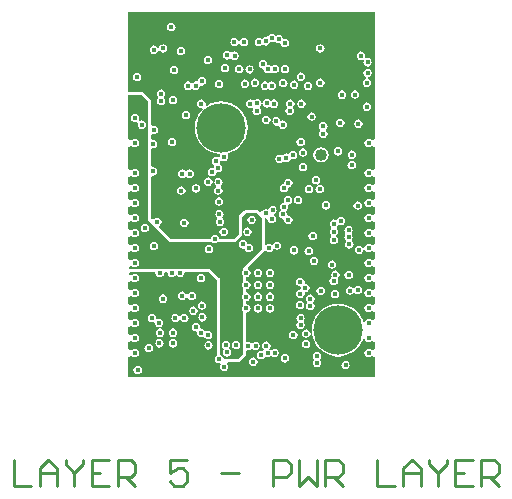
<source format=gbr>
%TF.GenerationSoftware,Altium Limited,Altium Designer,20.1.11 (218)*%
G04 Layer_Physical_Order=5*
G04 Layer_Color=16737945*
%FSLAX26Y26*%
%MOIN*%
%TF.SameCoordinates,F1652399-7491-40A6-9504-01A14B245E9D*%
%TF.FilePolarity,Positive*%
%TF.FileFunction,Copper,L5,Inr,Signal*%
%TF.Part,Single*%
G01*
G75*
%TA.AperFunction,ComponentPad*%
%ADD62C,0.040000*%
%TA.AperFunction,ViaPad*%
%ADD64C,0.165000*%
%ADD65C,0.017716*%
%TA.AperFunction,NonConductor*%
%ADD66C,0.009842*%
G36*
X830428Y802959D02*
X826463Y800310D01*
X825384Y798695D01*
X819716Y798179D01*
X815132Y801242D01*
X809724Y802318D01*
X804317Y801242D01*
X799733Y798179D01*
X796670Y793595D01*
X795595Y788188D01*
X796670Y782781D01*
X799733Y778197D01*
X804317Y775134D01*
X809724Y774058D01*
X815132Y775134D01*
X819716Y778197D01*
X825385Y777683D01*
X826463Y776070D01*
X830428Y773421D01*
Y702959D01*
X826463Y700310D01*
X825384Y698695D01*
X819716Y698179D01*
X815132Y701242D01*
X809724Y702318D01*
X804317Y701242D01*
X799733Y698179D01*
X796670Y693595D01*
X795595Y688188D01*
X796670Y682781D01*
X799733Y678197D01*
X804317Y675134D01*
X809724Y674058D01*
X815132Y675134D01*
X819716Y678197D01*
X825385Y677683D01*
X826463Y676070D01*
X830428Y673421D01*
Y652959D01*
X826463Y650310D01*
X825384Y648695D01*
X819716Y648179D01*
X815132Y651242D01*
X809724Y652318D01*
X804317Y651242D01*
X799733Y648179D01*
X796670Y643595D01*
X795595Y638188D01*
X796670Y632781D01*
X799733Y628197D01*
X804317Y625134D01*
X809724Y624058D01*
X815132Y625134D01*
X819716Y628197D01*
X825385Y627683D01*
X826463Y626070D01*
X830428Y623421D01*
Y602959D01*
X826463Y600310D01*
X825384Y598695D01*
X819716Y598179D01*
X815132Y601242D01*
X809724Y602318D01*
X804317Y601242D01*
X799733Y598179D01*
X796670Y593595D01*
X795595Y588188D01*
X796670Y582781D01*
X799733Y578197D01*
X804317Y575134D01*
X809724Y574058D01*
X815132Y575134D01*
X819716Y578197D01*
X825385Y577683D01*
X826463Y576070D01*
X830428Y573421D01*
Y552959D01*
X826463Y550310D01*
X825384Y548695D01*
X819716Y548179D01*
X815132Y551242D01*
X809724Y552318D01*
X804317Y551242D01*
X799733Y548179D01*
X796670Y543595D01*
X795595Y538188D01*
X796670Y532781D01*
X799733Y528197D01*
X804317Y525134D01*
X809724Y524058D01*
X815132Y525134D01*
X819716Y528197D01*
X825385Y527683D01*
X826463Y526070D01*
X830428Y523421D01*
Y502959D01*
X826463Y500310D01*
X825384Y498695D01*
X819716Y498179D01*
X815132Y501242D01*
X809724Y502318D01*
X804317Y501242D01*
X799733Y498179D01*
X796670Y493595D01*
X795595Y488188D01*
X796670Y482781D01*
X799733Y478197D01*
X804317Y475134D01*
X809724Y474058D01*
X815132Y475134D01*
X819716Y478197D01*
X825385Y477683D01*
X826463Y476070D01*
X830428Y473421D01*
Y452959D01*
X826463Y450310D01*
X825384Y448695D01*
X819716Y448179D01*
X815132Y451242D01*
X809724Y452318D01*
X804317Y451242D01*
X799733Y448179D01*
X796670Y443595D01*
X795595Y438188D01*
X790879Y437265D01*
X787816Y441849D01*
X783232Y444912D01*
X777824Y445988D01*
X772417Y444912D01*
X767833Y441849D01*
X764770Y437265D01*
X763695Y431858D01*
X764770Y426451D01*
X767833Y421867D01*
X772417Y418804D01*
X777824Y417728D01*
X783232Y418804D01*
X787816Y421867D01*
X790879Y426451D01*
X791954Y431858D01*
X796670Y432781D01*
X799733Y428197D01*
X804317Y425134D01*
X809724Y424058D01*
X815132Y425134D01*
X819716Y428197D01*
X825385Y427683D01*
X826463Y426070D01*
X830428Y423421D01*
Y402959D01*
X826463Y400310D01*
X825384Y398695D01*
X819716Y398179D01*
X815132Y401242D01*
X809724Y402318D01*
X804317Y401242D01*
X799733Y398179D01*
X796670Y393595D01*
X795595Y388188D01*
X796670Y382781D01*
X799733Y378197D01*
X804317Y375134D01*
X809724Y374058D01*
X815132Y375134D01*
X819716Y378197D01*
X825385Y377683D01*
X826463Y376070D01*
X830428Y373421D01*
Y352959D01*
X826463Y350310D01*
X825384Y348695D01*
X819716Y348179D01*
X815132Y351242D01*
X809724Y352318D01*
X804317Y351242D01*
X799733Y348179D01*
X796670Y343595D01*
X795595Y338188D01*
X796670Y332781D01*
X799733Y328197D01*
X804317Y325134D01*
X809724Y324058D01*
X815132Y325134D01*
X819716Y328197D01*
X825385Y327683D01*
X826463Y326070D01*
X830428Y323421D01*
Y302959D01*
X826463Y300310D01*
X825384Y298695D01*
X819716Y298179D01*
X815132Y301242D01*
X809724Y302318D01*
X804317Y301242D01*
X799733Y298179D01*
X796670Y293595D01*
X795595Y288188D01*
X796670Y282781D01*
X799733Y278197D01*
X804317Y275134D01*
X809724Y274058D01*
X815132Y275134D01*
X819716Y278197D01*
X825385Y277683D01*
X826463Y276070D01*
X830428Y273421D01*
Y252959D01*
X826463Y250310D01*
X825384Y248695D01*
X819716Y248179D01*
X815132Y251242D01*
X809724Y252318D01*
X804317Y251242D01*
X799733Y248179D01*
X796670Y243595D01*
X795595Y238188D01*
X796670Y232781D01*
X799733Y228197D01*
X804317Y225134D01*
X809724Y224058D01*
X815132Y225134D01*
X819716Y228197D01*
X825385Y227683D01*
X826463Y226070D01*
X830428Y223421D01*
Y202959D01*
X826463Y200310D01*
X825384Y198695D01*
X819716Y198179D01*
X815132Y201242D01*
X809724Y202318D01*
X804317Y201242D01*
X799733Y198179D01*
X796670Y193595D01*
X796455Y192513D01*
X791307Y192260D01*
X789655Y197705D01*
X781530Y212906D01*
X770596Y226229D01*
X757272Y237164D01*
X742071Y245289D01*
X725577Y250292D01*
X708424Y251981D01*
X691271Y250292D01*
X674778Y245289D01*
X659577Y237164D01*
X646253Y226229D01*
X635319Y212906D01*
X627194Y197705D01*
X622190Y181211D01*
X620501Y164058D01*
X622190Y146905D01*
X627194Y130411D01*
X635319Y115210D01*
X646253Y101887D01*
X659577Y90952D01*
X674778Y82827D01*
X691271Y77824D01*
X708424Y76135D01*
X725577Y77824D01*
X742071Y82827D01*
X757272Y90952D01*
X770596Y101887D01*
X781530Y115210D01*
X789655Y130411D01*
X791098Y135167D01*
X796246Y134914D01*
X796670Y132781D01*
X799733Y128197D01*
X804317Y125134D01*
X809724Y124058D01*
X815132Y125134D01*
X819716Y128197D01*
X825385Y127683D01*
X826463Y126070D01*
X830428Y123421D01*
Y102959D01*
X826463Y100310D01*
X825384Y98695D01*
X819716Y98179D01*
X815132Y101242D01*
X809724Y102318D01*
X804317Y101242D01*
X799733Y98179D01*
X796670Y93595D01*
X795595Y88188D01*
X796670Y82781D01*
X799733Y78197D01*
X804317Y75134D01*
X809724Y74058D01*
X815132Y75134D01*
X819716Y78197D01*
X825385Y77683D01*
X826463Y76070D01*
X830428Y73421D01*
Y8156D01*
X8156D01*
Y73421D01*
X12120Y76070D01*
X13546Y78203D01*
X19559D01*
X19563Y78197D01*
X24147Y75134D01*
X29554Y74058D01*
X34962Y75134D01*
X39546Y78197D01*
X42608Y82781D01*
X43684Y88188D01*
X42608Y93595D01*
X39546Y98179D01*
X34962Y101242D01*
X29554Y102318D01*
X24147Y101242D01*
X19563Y98179D01*
X19560Y98175D01*
X13547D01*
X12120Y100310D01*
X8156Y102959D01*
Y123421D01*
X12120Y126070D01*
X13546Y128203D01*
X19559D01*
X19563Y128197D01*
X24147Y125134D01*
X29554Y124058D01*
X34962Y125134D01*
X39546Y128197D01*
X42608Y132781D01*
X43684Y138188D01*
X42608Y143595D01*
X39546Y148179D01*
X34962Y151242D01*
X29554Y152318D01*
X24147Y151242D01*
X19563Y148179D01*
X19560Y148175D01*
X13547D01*
X12120Y150310D01*
X8156Y152959D01*
Y173421D01*
X12120Y176070D01*
X13546Y178203D01*
X19559D01*
X19563Y178197D01*
X24147Y175134D01*
X29554Y174058D01*
X34962Y175134D01*
X39546Y178197D01*
X42608Y182781D01*
X43684Y188188D01*
X42608Y193595D01*
X39546Y198179D01*
X34962Y201242D01*
X29554Y202318D01*
X24147Y201242D01*
X19563Y198179D01*
X19560Y198175D01*
X13547D01*
X12120Y200310D01*
X8156Y202959D01*
Y223421D01*
X12120Y226070D01*
X13546Y228203D01*
X19559D01*
X19563Y228197D01*
X24147Y225134D01*
X29554Y224058D01*
X34962Y225134D01*
X39546Y228197D01*
X42608Y232781D01*
X43684Y238188D01*
X42608Y243595D01*
X39546Y248179D01*
X34962Y251242D01*
X29554Y252318D01*
X24147Y251242D01*
X19563Y248179D01*
X19560Y248175D01*
X13547D01*
X12120Y250310D01*
X8156Y252959D01*
Y273421D01*
X12120Y276070D01*
X13546Y278203D01*
X19559D01*
X19563Y278197D01*
X24147Y275134D01*
X29554Y274058D01*
X34962Y275134D01*
X39546Y278197D01*
X42608Y282781D01*
X43684Y288188D01*
X42608Y293595D01*
X39546Y298179D01*
X34962Y301242D01*
X29554Y302318D01*
X24147Y301242D01*
X19563Y298179D01*
X19560Y298175D01*
X13547D01*
X12120Y300310D01*
X8156Y302959D01*
Y323421D01*
X12120Y326070D01*
X13546Y328203D01*
X19559D01*
X19563Y328197D01*
X24147Y325134D01*
X29554Y324058D01*
X34962Y325134D01*
X39546Y328197D01*
X42608Y332781D01*
X43684Y338188D01*
X42608Y343595D01*
X39546Y348179D01*
X34962Y351242D01*
X29554Y352318D01*
X24147Y351242D01*
X19563Y348179D01*
X19560Y348175D01*
X13547D01*
X12120Y350310D01*
X11288Y350866D01*
X10877Y353964D01*
X15020Y358532D01*
X95644Y358533D01*
X98816Y354667D01*
X98795Y354558D01*
X99870Y349151D01*
X102933Y344567D01*
X107517Y341504D01*
X112924Y340428D01*
X118332Y341504D01*
X122916Y344567D01*
X125978Y349151D01*
X127054Y354558D01*
X127032Y354667D01*
X130204Y358533D01*
X136244D01*
X139416Y354667D01*
X139295Y354058D01*
X140370Y348651D01*
X143433Y344067D01*
X148017Y341004D01*
X153424Y339928D01*
X158832Y341004D01*
X163416Y344067D01*
X164752Y346067D01*
X170695Y346171D01*
X171433Y345067D01*
X176017Y342004D01*
X181424Y340928D01*
X186832Y342004D01*
X191416Y345067D01*
X194478Y349651D01*
X195554Y355058D01*
X198406Y358533D01*
X276557D01*
X302997Y332093D01*
X302997Y84807D01*
X303773Y80905D01*
X304728Y79476D01*
X301009Y76991D01*
X297946Y72407D01*
X296870Y67000D01*
X297946Y61593D01*
X301009Y57009D01*
X305593Y53946D01*
X311000Y52870D01*
X312825Y53233D01*
X315832Y48733D01*
X314946Y47407D01*
X313870Y42000D01*
X314946Y36593D01*
X318009Y32009D01*
X322593Y28946D01*
X328000Y27870D01*
X333407Y28946D01*
X337991Y32009D01*
X341054Y36593D01*
X342130Y42000D01*
X341054Y47407D01*
X337991Y51991D01*
X337702Y52184D01*
X339219Y57184D01*
X372380Y57184D01*
X376282Y57961D01*
X379590Y60171D01*
X397210Y77790D01*
X399420Y81098D01*
X400196Y85000D01*
Y95466D01*
X405196Y98610D01*
X408623Y97928D01*
X414030Y99004D01*
X418614Y102067D01*
X422433D01*
X427017Y99004D01*
X432424Y97928D01*
X437832Y99004D01*
X442416Y102067D01*
X445478Y106651D01*
X446554Y112058D01*
X445478Y117465D01*
X442416Y122049D01*
X437832Y125112D01*
X432424Y126188D01*
X427017Y125112D01*
X422433Y122049D01*
X418614D01*
X414030Y125112D01*
X408623Y126188D01*
X405196Y125506D01*
X400196Y128650D01*
X400196Y220967D01*
X401575Y222098D01*
X406982Y223174D01*
X411566Y226237D01*
X414628Y230821D01*
X415704Y236228D01*
X414628Y241635D01*
X411566Y246219D01*
X406982Y249282D01*
X401575Y250358D01*
X400196Y251489D01*
Y260337D01*
X401575Y261468D01*
X406982Y262544D01*
X411566Y265607D01*
X414628Y270191D01*
X415704Y275598D01*
X414628Y281005D01*
X411566Y285589D01*
X406982Y288652D01*
X401575Y289728D01*
X400196Y290859D01*
Y299707D01*
X401575Y300838D01*
X406982Y301914D01*
X411566Y304977D01*
X414628Y309561D01*
X415704Y314968D01*
X414628Y320375D01*
X411566Y324959D01*
X406982Y328022D01*
X401575Y329098D01*
X400196Y330229D01*
X400196Y339707D01*
X401575Y340838D01*
X406982Y341914D01*
X411566Y344977D01*
X414628Y349561D01*
X415704Y354968D01*
X414628Y360375D01*
X411566Y364959D01*
X407195Y367880D01*
X406965Y368088D01*
X405632Y373389D01*
X460008Y427764D01*
X460869Y429052D01*
X466495Y429454D01*
X466653Y429394D01*
X467702Y427826D01*
X472286Y424763D01*
X477693Y423687D01*
X483100Y424763D01*
X487684Y427826D01*
X490747Y432410D01*
X490846Y432908D01*
X491119Y433149D01*
X496321Y434805D01*
X499017Y433004D01*
X504424Y431928D01*
X509832Y433004D01*
X514416Y436067D01*
X517479Y440651D01*
X518554Y446058D01*
X517479Y451465D01*
X514416Y456049D01*
X509832Y459112D01*
X504424Y460188D01*
X499017Y459112D01*
X494433Y456049D01*
X491370Y451465D01*
X491271Y450967D01*
X490998Y450726D01*
X485796Y449070D01*
X483100Y450871D01*
X477693Y451947D01*
X472286Y450871D01*
X467994Y448003D01*
X466412Y448343D01*
X462994Y449763D01*
Y534370D01*
X464286Y536305D01*
X467879Y536715D01*
X472154Y534258D01*
X473229Y528851D01*
X476292Y524267D01*
X480876Y521204D01*
X486284Y520128D01*
X491691Y521204D01*
X496275Y524267D01*
X499338Y528851D01*
X500413Y534258D01*
X499338Y539665D01*
X496275Y544249D01*
X494002Y545767D01*
X494244Y548856D01*
X494830Y551228D01*
X498991Y554009D01*
X502054Y558593D01*
X503130Y564000D01*
X502054Y569407D01*
X498991Y573991D01*
X494407Y577054D01*
X489000Y578130D01*
X483593Y577054D01*
X479009Y573991D01*
X475946Y569407D01*
X475880Y569079D01*
X471407Y566054D01*
X470601Y566215D01*
X466000Y567130D01*
X460593Y566054D01*
X456009Y562991D01*
X453802Y559688D01*
X448199Y558220D01*
X445499Y560920D01*
X445499Y560920D01*
X442191Y563130D01*
X438290Y563906D01*
X399711Y563906D01*
X395809Y563130D01*
X392501Y560920D01*
X378764Y547183D01*
X376554Y543875D01*
X375778Y539974D01*
X375777Y484196D01*
X359299Y467719D01*
X310336Y467719D01*
X309406Y472393D01*
X306344Y476977D01*
X301760Y480040D01*
X296352Y481116D01*
X290945Y480040D01*
X286361Y476977D01*
X283298Y472393D01*
X282368Y467719D01*
X151883Y467719D01*
X111517Y508085D01*
X112621Y514053D01*
X114991Y515637D01*
X118054Y520221D01*
X119130Y525628D01*
X118054Y531035D01*
X114991Y535619D01*
X110407Y538682D01*
X105000Y539758D01*
X99593Y538682D01*
X95009Y535619D01*
X93868Y533912D01*
X88692Y533133D01*
X85196Y536185D01*
Y675913D01*
X89061Y679085D01*
X90554Y678788D01*
X95962Y679864D01*
X100546Y682927D01*
X103609Y687511D01*
X104684Y692918D01*
X103609Y698325D01*
X100546Y702909D01*
X95962Y705972D01*
X90554Y707048D01*
X89061Y706751D01*
X85196Y709923D01*
Y766463D01*
X89061Y769635D01*
X90554Y769338D01*
X95962Y770414D01*
X100546Y773477D01*
X103609Y778061D01*
X104684Y783468D01*
X103609Y788875D01*
X100546Y793459D01*
X95962Y796522D01*
X90554Y797598D01*
X89061Y797301D01*
X85196Y800473D01*
Y813983D01*
X90196Y817221D01*
X93424Y816578D01*
X98832Y817654D01*
X103416Y820717D01*
X106478Y825301D01*
X107554Y830708D01*
X106478Y836115D01*
X103416Y840699D01*
X98832Y843762D01*
X93424Y844838D01*
X90196Y844196D01*
X85196Y847433D01*
Y926220D01*
X84420Y930121D01*
X82210Y933429D01*
X60526Y955112D01*
X57218Y957322D01*
X53317Y958098D01*
X8156Y958099D01*
Y1224128D01*
X830428D01*
Y802959D01*
D02*
G37*
G36*
X53317Y947903D02*
X75000Y926220D01*
Y530183D01*
X147660Y457523D01*
X286008Y457523D01*
X286361Y456995D01*
X290945Y453932D01*
X296352Y452856D01*
X301760Y453932D01*
X306344Y456995D01*
X306696Y457523D01*
X363523Y457523D01*
X385973Y479973D01*
X385974Y539974D01*
X399711Y553711D01*
X438289Y553710D01*
X452798Y539201D01*
Y434973D01*
X390000Y372175D01*
Y362589D01*
X388520Y360375D01*
X387445Y354968D01*
X388520Y349561D01*
X390000Y347346D01*
X390000Y322589D01*
X388520Y320375D01*
X387445Y314968D01*
X388520Y309561D01*
X390000Y307346D01*
Y283220D01*
X388520Y281005D01*
X387445Y275598D01*
X388520Y270191D01*
X390000Y267976D01*
Y243850D01*
X388520Y241635D01*
X387445Y236228D01*
X388520Y230821D01*
X390000Y228606D01*
X390000Y85000D01*
X372380Y67380D01*
X330619Y67380D01*
X313193Y84807D01*
X313193Y338342D01*
X311167D01*
X280780Y368728D01*
X183733D01*
X181424Y369188D01*
X179115Y368728D01*
X11918Y368728D01*
X11176Y369528D01*
X11901Y375923D01*
X12120Y376070D01*
X13546Y378203D01*
X19559D01*
X19563Y378197D01*
X24147Y375134D01*
X29554Y374058D01*
X34962Y375134D01*
X39546Y378197D01*
X42608Y382781D01*
X43684Y388188D01*
X42608Y393595D01*
X39546Y398179D01*
X34962Y401242D01*
X29554Y402318D01*
X24147Y401242D01*
X19563Y398179D01*
X19560Y398175D01*
X13547D01*
X12120Y400310D01*
X8156Y402959D01*
Y423421D01*
X12120Y426070D01*
X13546Y428203D01*
X19559D01*
X19563Y428197D01*
X24147Y425134D01*
X29554Y424058D01*
X34962Y425134D01*
X39546Y428197D01*
X42608Y432781D01*
X43684Y438188D01*
X42608Y443595D01*
X39546Y448179D01*
X34962Y451242D01*
X29554Y452318D01*
X24147Y451242D01*
X19563Y448179D01*
X19560Y448175D01*
X13547D01*
X12120Y450310D01*
X8156Y452959D01*
Y473421D01*
X12120Y476070D01*
X13546Y478203D01*
X19559D01*
X19563Y478197D01*
X24147Y475134D01*
X29554Y474058D01*
X34962Y475134D01*
X39546Y478197D01*
X42608Y482781D01*
X43684Y488188D01*
X42608Y493595D01*
X39546Y498179D01*
X34962Y501242D01*
X29554Y502318D01*
X24147Y501242D01*
X19563Y498179D01*
X19560Y498175D01*
X13547D01*
X12120Y500310D01*
X8156Y502959D01*
Y523421D01*
X12120Y526070D01*
X13546Y528203D01*
X19559D01*
X19563Y528197D01*
X24147Y525134D01*
X29554Y524058D01*
X34962Y525134D01*
X39546Y528197D01*
X42608Y532781D01*
X43684Y538188D01*
X42608Y543595D01*
X39546Y548179D01*
X34962Y551242D01*
X29554Y552318D01*
X24147Y551242D01*
X19563Y548179D01*
X19560Y548175D01*
X13547D01*
X12120Y550310D01*
X8156Y552959D01*
Y573421D01*
X12120Y576070D01*
X13546Y578203D01*
X19559D01*
X19563Y578197D01*
X24147Y575134D01*
X29554Y574058D01*
X34962Y575134D01*
X39546Y578197D01*
X42608Y582781D01*
X43684Y588188D01*
X42608Y593595D01*
X39546Y598179D01*
X34962Y601242D01*
X29554Y602318D01*
X24147Y601242D01*
X19563Y598179D01*
X19560Y598175D01*
X13547D01*
X12120Y600310D01*
X8156Y602959D01*
Y623421D01*
X12120Y626070D01*
X13546Y628203D01*
X19559D01*
X19563Y628197D01*
X24147Y625134D01*
X29554Y624058D01*
X34962Y625134D01*
X39546Y628197D01*
X42608Y632781D01*
X43684Y638188D01*
X42608Y643595D01*
X39546Y648179D01*
X34962Y651242D01*
X29554Y652318D01*
X24147Y651242D01*
X19563Y648179D01*
X19560Y648175D01*
X13547D01*
X12120Y650310D01*
X8156Y652959D01*
Y673421D01*
X12120Y676070D01*
X13546Y678203D01*
X19559D01*
X19563Y678197D01*
X24147Y675134D01*
X29554Y674058D01*
X34962Y675134D01*
X39546Y678197D01*
X42608Y682781D01*
X43684Y688188D01*
X42608Y693595D01*
X39546Y698179D01*
X34962Y701242D01*
X29554Y702318D01*
X24147Y701242D01*
X19563Y698179D01*
X19560Y698175D01*
X13547D01*
X12120Y700310D01*
X8156Y702959D01*
Y773421D01*
X12120Y776070D01*
X13546Y778203D01*
X19559D01*
X19563Y778197D01*
X24147Y775134D01*
X29554Y774058D01*
X34962Y775134D01*
X39546Y778197D01*
X42608Y782781D01*
X43684Y788188D01*
X42608Y793595D01*
X39546Y798179D01*
X34962Y801242D01*
X29554Y802318D01*
X24147Y801242D01*
X19563Y798179D01*
X19560Y798175D01*
X13547D01*
X12120Y800310D01*
X8156Y802959D01*
Y947903D01*
X53317Y947903D01*
D02*
G37*
%LPC*%
G36*
X151574Y1188188D02*
X146167Y1187112D01*
X141583Y1184049D01*
X138520Y1179465D01*
X137445Y1174058D01*
X138520Y1168651D01*
X141583Y1164067D01*
X146167Y1161004D01*
X151574Y1159928D01*
X156982Y1161004D01*
X161566Y1164067D01*
X164629Y1168651D01*
X165704Y1174058D01*
X164629Y1179465D01*
X161566Y1184049D01*
X156982Y1187112D01*
X151574Y1188188D01*
D02*
G37*
G36*
X486284Y1152621D02*
X480876Y1151546D01*
X476292Y1148483D01*
X473229Y1143899D01*
X467490Y1140677D01*
X465757Y1141021D01*
X460350Y1139946D01*
X455766Y1136883D01*
X455636Y1136688D01*
X453126Y1134821D01*
X448542Y1137884D01*
X443135Y1138960D01*
X437728Y1137884D01*
X433144Y1134821D01*
X430081Y1130237D01*
X429005Y1124830D01*
X430081Y1119423D01*
X433144Y1114839D01*
X437728Y1111776D01*
X443135Y1110700D01*
X448542Y1111776D01*
X453126Y1114839D01*
X458036Y1115384D01*
X460350Y1113838D01*
X465757Y1112762D01*
X471165Y1113838D01*
X475749Y1116900D01*
X478812Y1121484D01*
X484551Y1124707D01*
X486284Y1124362D01*
X491691Y1125438D01*
X496090Y1128377D01*
X499009Y1124009D01*
X503593Y1120946D01*
X509000Y1119870D01*
X511294Y1120327D01*
X514489Y1120797D01*
X516726Y1116697D01*
X516946Y1115593D01*
X520009Y1111009D01*
X524593Y1107946D01*
X530000Y1106870D01*
X535407Y1107946D01*
X539991Y1111009D01*
X543054Y1115593D01*
X544130Y1121000D01*
X543054Y1126407D01*
X539991Y1130991D01*
X535407Y1134054D01*
X530000Y1135130D01*
X527706Y1134673D01*
X524511Y1134203D01*
X522274Y1138303D01*
X522054Y1139407D01*
X518991Y1143991D01*
X514407Y1147054D01*
X509000Y1148130D01*
X503593Y1147054D01*
X499193Y1144115D01*
X496275Y1148483D01*
X491691Y1151546D01*
X486284Y1152621D01*
D02*
G37*
G36*
X393704Y1138188D02*
X388297Y1137112D01*
X383713Y1134049D01*
X380650Y1129465D01*
X380503Y1128727D01*
X375405D01*
X375259Y1129465D01*
X372196Y1134049D01*
X367612Y1137112D01*
X362204Y1138188D01*
X356797Y1137112D01*
X352213Y1134049D01*
X349150Y1129465D01*
X348075Y1124058D01*
X349150Y1118651D01*
X352213Y1114067D01*
X356797Y1111004D01*
X362204Y1109928D01*
X367612Y1111004D01*
X372196Y1114067D01*
X375259Y1118651D01*
X375405Y1119389D01*
X380503D01*
X380650Y1118651D01*
X383713Y1114067D01*
X388297Y1111004D01*
X393704Y1109928D01*
X399112Y1111004D01*
X403696Y1114067D01*
X406759Y1118651D01*
X407834Y1124058D01*
X406759Y1129465D01*
X403696Y1134049D01*
X399112Y1137112D01*
X393704Y1138188D01*
D02*
G37*
G36*
X124503Y1117109D02*
X119096Y1116034D01*
X114512Y1112971D01*
X111449Y1108387D01*
X110982Y1106040D01*
X110094Y1105730D01*
X105779Y1105512D01*
X103416Y1109049D01*
X98832Y1112112D01*
X93424Y1113188D01*
X88017Y1112112D01*
X83433Y1109049D01*
X80370Y1104465D01*
X79295Y1099058D01*
X80370Y1093651D01*
X83433Y1089067D01*
X88017Y1086004D01*
X93424Y1084928D01*
X98832Y1086004D01*
X103416Y1089067D01*
X106478Y1093651D01*
X106945Y1095997D01*
X107833Y1096308D01*
X112148Y1096525D01*
X114512Y1092988D01*
X119096Y1089925D01*
X124503Y1088850D01*
X129910Y1089925D01*
X134494Y1092988D01*
X137557Y1097572D01*
X138632Y1102979D01*
X137557Y1108387D01*
X134494Y1112971D01*
X129910Y1116034D01*
X124503Y1117109D01*
D02*
G37*
G36*
X648278Y1117130D02*
X642871Y1116054D01*
X638287Y1112991D01*
X635224Y1108407D01*
X634149Y1103000D01*
X635224Y1097593D01*
X638287Y1093009D01*
X642871Y1089946D01*
X648278Y1088870D01*
X653686Y1089946D01*
X658270Y1093009D01*
X661332Y1097593D01*
X662408Y1103000D01*
X661332Y1108407D01*
X658270Y1112991D01*
X653686Y1116054D01*
X648278Y1117130D01*
D02*
G37*
G36*
X183424Y1108188D02*
X178017Y1107112D01*
X173433Y1104049D01*
X170370Y1099465D01*
X169295Y1094058D01*
X170370Y1088651D01*
X173433Y1084067D01*
X178017Y1081004D01*
X183424Y1079928D01*
X188832Y1081004D01*
X193416Y1084067D01*
X196478Y1088651D01*
X197554Y1094058D01*
X196478Y1099465D01*
X193416Y1104049D01*
X188832Y1107112D01*
X183424Y1108188D01*
D02*
G37*
G36*
X338424Y1094188D02*
X333017Y1093112D01*
X328433Y1090049D01*
X325370Y1085465D01*
X324295Y1080058D01*
X325370Y1074651D01*
X328433Y1070067D01*
X333017Y1067004D01*
X338424Y1065928D01*
X343832Y1067004D01*
X346574Y1068836D01*
X351578Y1069033D01*
X353351Y1068454D01*
X357017Y1066004D01*
X362424Y1064928D01*
X367832Y1066004D01*
X372416Y1069067D01*
X375478Y1073651D01*
X376554Y1079058D01*
X375478Y1084465D01*
X372416Y1089049D01*
X367832Y1092112D01*
X362424Y1093188D01*
X357017Y1092112D01*
X354275Y1090280D01*
X349271Y1090083D01*
X347498Y1090662D01*
X343832Y1093112D01*
X338424Y1094188D01*
D02*
G37*
G36*
X273424Y1078188D02*
X268017Y1077112D01*
X263433Y1074049D01*
X260370Y1069465D01*
X259295Y1064058D01*
X260370Y1058651D01*
X263433Y1054067D01*
X268017Y1051004D01*
X273424Y1049928D01*
X278832Y1051004D01*
X283416Y1054067D01*
X286478Y1058651D01*
X287554Y1064058D01*
X286478Y1069465D01*
X283416Y1074049D01*
X278832Y1077112D01*
X273424Y1078188D01*
D02*
G37*
G36*
X783424Y1093198D02*
X778017Y1092122D01*
X773433Y1089059D01*
X770370Y1084475D01*
X769295Y1079068D01*
X770370Y1073661D01*
X773433Y1069077D01*
X778017Y1066014D01*
X783424Y1064938D01*
X788832Y1066014D01*
X789506Y1066465D01*
X793111Y1062860D01*
X792660Y1062185D01*
X791585Y1056778D01*
X792660Y1051371D01*
X795723Y1046787D01*
X800307Y1043724D01*
X805714Y1042648D01*
X811122Y1043724D01*
X815706Y1046787D01*
X818769Y1051371D01*
X819844Y1056778D01*
X818769Y1062185D01*
X815706Y1066769D01*
X811122Y1069832D01*
X805714Y1070908D01*
X800307Y1069832D01*
X799633Y1069381D01*
X796028Y1072986D01*
X796479Y1073661D01*
X797554Y1079068D01*
X796479Y1084475D01*
X793416Y1089059D01*
X788832Y1092122D01*
X783424Y1093198D01*
D02*
G37*
G36*
X330624Y1051588D02*
X325217Y1050512D01*
X320633Y1047449D01*
X317570Y1042865D01*
X316495Y1037458D01*
X317570Y1032051D01*
X320633Y1027467D01*
X325217Y1024404D01*
X330624Y1023328D01*
X336032Y1024404D01*
X340616Y1027467D01*
X343678Y1032051D01*
X344754Y1037458D01*
X343678Y1042865D01*
X340616Y1047449D01*
X336032Y1050512D01*
X330624Y1051588D01*
D02*
G37*
G36*
X530424Y1048188D02*
X525017Y1047112D01*
X520433Y1044049D01*
X517370Y1039465D01*
X516295Y1034058D01*
X517370Y1028651D01*
X520433Y1024067D01*
X525017Y1021004D01*
X530424Y1019928D01*
X535832Y1021004D01*
X540416Y1024067D01*
X543479Y1028651D01*
X544554Y1034058D01*
X543479Y1039465D01*
X540416Y1044049D01*
X535832Y1047112D01*
X530424Y1048188D01*
D02*
G37*
G36*
X378424D02*
X373017Y1047112D01*
X368433Y1044049D01*
X365370Y1039465D01*
X364295Y1034058D01*
X365370Y1028651D01*
X368433Y1024067D01*
X373017Y1021004D01*
X378424Y1019928D01*
X383832Y1021004D01*
X388416Y1024067D01*
X391478Y1028651D01*
X392554Y1034058D01*
X391478Y1039465D01*
X388416Y1044049D01*
X383832Y1047112D01*
X378424Y1048188D01*
D02*
G37*
G36*
X457000Y1065130D02*
X451593Y1064054D01*
X447009Y1060991D01*
X443946Y1056407D01*
X442870Y1051000D01*
X443946Y1045593D01*
X447009Y1041009D01*
X451593Y1037946D01*
X454867Y1037295D01*
X458215Y1034746D01*
X459619Y1032293D01*
X460370Y1028518D01*
X463433Y1023934D01*
X468017Y1020871D01*
X473424Y1019795D01*
X478832Y1020871D01*
X481436Y1022611D01*
X486567Y1023933D01*
X491151Y1020870D01*
X496558Y1019795D01*
X501965Y1020870D01*
X506549Y1023933D01*
X509612Y1028517D01*
X510688Y1033925D01*
X509612Y1039332D01*
X506549Y1043916D01*
X501965Y1046979D01*
X496558Y1048054D01*
X491151Y1046979D01*
X488546Y1045238D01*
X483416Y1043916D01*
X478832Y1046979D01*
X475558Y1047631D01*
X472209Y1050179D01*
X470805Y1052632D01*
X470054Y1056407D01*
X466991Y1060991D01*
X462407Y1064054D01*
X457000Y1065130D01*
D02*
G37*
G36*
X412424Y1047188D02*
X407017Y1046112D01*
X402433Y1043049D01*
X399370Y1038465D01*
X398295Y1033058D01*
X399370Y1027651D01*
X402433Y1023067D01*
X407017Y1020004D01*
X412424Y1018928D01*
X417832Y1020004D01*
X422416Y1023067D01*
X425478Y1027651D01*
X426554Y1033058D01*
X425478Y1038465D01*
X422416Y1043049D01*
X417832Y1046112D01*
X412424Y1047188D01*
D02*
G37*
G36*
X161414Y1045628D02*
X156007Y1044552D01*
X151423Y1041489D01*
X148360Y1036905D01*
X147285Y1031498D01*
X148360Y1026091D01*
X151423Y1021507D01*
X156007Y1018444D01*
X161414Y1017368D01*
X166822Y1018444D01*
X171406Y1021507D01*
X174469Y1026091D01*
X175544Y1031498D01*
X174469Y1036905D01*
X171406Y1041489D01*
X166822Y1044552D01*
X161414Y1045628D01*
D02*
G37*
G36*
X583424Y1023188D02*
X578017Y1022112D01*
X573433Y1019049D01*
X570370Y1014465D01*
X569295Y1009058D01*
X570370Y1003651D01*
X573433Y999067D01*
X578017Y996004D01*
X583424Y994928D01*
X588832Y996004D01*
X593416Y999067D01*
X596479Y1003651D01*
X597554Y1009058D01*
X596479Y1014465D01*
X593416Y1019049D01*
X588832Y1022112D01*
X583424Y1023188D01*
D02*
G37*
G36*
X38000Y1022130D02*
X32593Y1021054D01*
X28009Y1017991D01*
X24946Y1013407D01*
X23870Y1008000D01*
X24946Y1002593D01*
X28009Y998009D01*
X32593Y994946D01*
X38000Y993870D01*
X43407Y994946D01*
X47991Y998009D01*
X51054Y1002593D01*
X52130Y1008000D01*
X51054Y1013407D01*
X47991Y1017991D01*
X43407Y1021054D01*
X38000Y1022130D01*
D02*
G37*
G36*
X253424Y1007588D02*
X248017Y1006512D01*
X243433Y1003449D01*
X240370Y998865D01*
X239877Y996387D01*
X238307Y993315D01*
X234446Y992758D01*
X232284Y993188D01*
X226877Y992112D01*
X222293Y989049D01*
X222123Y988794D01*
X218252D01*
X216472Y989338D01*
X212407Y992054D01*
X207000Y993130D01*
X201593Y992054D01*
X197009Y988991D01*
X193946Y984407D01*
X192870Y979000D01*
X193946Y973593D01*
X197009Y969009D01*
X201593Y965946D01*
X207000Y964870D01*
X212407Y965946D01*
X216991Y969009D01*
X217161Y969264D01*
X221033D01*
X222812Y968720D01*
X226877Y966004D01*
X232284Y964928D01*
X237692Y966004D01*
X242276Y969067D01*
X245339Y973651D01*
X245831Y976129D01*
X247402Y979201D01*
X251263Y979758D01*
X253424Y979328D01*
X258832Y980404D01*
X263416Y983467D01*
X266478Y988051D01*
X267554Y993458D01*
X266478Y998865D01*
X263416Y1003449D01*
X258832Y1006512D01*
X253424Y1007588D01*
D02*
G37*
G36*
X486424Y993088D02*
X481017Y992012D01*
X478698Y990462D01*
X475064Y989363D01*
X471431Y990462D01*
X469112Y992012D01*
X463704Y993088D01*
X458297Y992012D01*
X453713Y988949D01*
X450650Y984365D01*
X449575Y978958D01*
X450650Y973551D01*
X453713Y968967D01*
X458297Y965904D01*
X463704Y964828D01*
X469112Y965904D01*
X471431Y967453D01*
X475064Y968553D01*
X478698Y967453D01*
X481017Y965904D01*
X486424Y964828D01*
X491832Y965904D01*
X496416Y968967D01*
X499478Y973551D01*
X500554Y978958D01*
X499478Y984365D01*
X496416Y988949D01*
X491832Y992012D01*
X486424Y993088D01*
D02*
G37*
G36*
X805714Y1035468D02*
X800307Y1034392D01*
X795723Y1031329D01*
X792660Y1026745D01*
X791585Y1021338D01*
X792660Y1015931D01*
X795723Y1011347D01*
X800307Y1008284D01*
X801861Y1007975D01*
Y1002877D01*
X798017Y1002112D01*
X793433Y999049D01*
X790370Y994465D01*
X789295Y989058D01*
X790370Y983651D01*
X793433Y979067D01*
X798017Y976004D01*
X803424Y974928D01*
X808832Y976004D01*
X813416Y979067D01*
X816479Y983651D01*
X817554Y989058D01*
X816479Y994465D01*
X813416Y999049D01*
X808832Y1002112D01*
X807278Y1002421D01*
Y1007519D01*
X811122Y1008284D01*
X815706Y1011347D01*
X818769Y1015931D01*
X819844Y1021338D01*
X818769Y1026745D01*
X815706Y1031329D01*
X811122Y1034392D01*
X805714Y1035468D01*
D02*
G37*
G36*
X648424Y1003178D02*
X643017Y1002102D01*
X638433Y999039D01*
X635370Y994455D01*
X634295Y989048D01*
X635370Y983641D01*
X638433Y979057D01*
X643017Y975994D01*
X648424Y974918D01*
X653832Y975994D01*
X658416Y979057D01*
X661479Y983641D01*
X662554Y989048D01*
X661479Y994455D01*
X658416Y999039D01*
X653832Y1002102D01*
X648424Y1003178D01*
D02*
G37*
G36*
X430000Y1002905D02*
X424593Y1001830D01*
X420009Y998767D01*
X416946Y994183D01*
X415870Y988776D01*
X416946Y983369D01*
X420009Y978785D01*
X424593Y975722D01*
X430000Y974646D01*
X435407Y975722D01*
X439991Y978785D01*
X443054Y983369D01*
X444130Y988776D01*
X443054Y994183D01*
X439991Y998767D01*
X435407Y1001830D01*
X430000Y1002905D01*
D02*
G37*
G36*
X524924Y1001188D02*
X519517Y1000112D01*
X514933Y997049D01*
X511870Y992465D01*
X510795Y987058D01*
X511870Y981651D01*
X514933Y977067D01*
X519517Y974004D01*
X524924Y972928D01*
X530332Y974004D01*
X534916Y977067D01*
X537979Y981651D01*
X539054Y987058D01*
X537979Y992465D01*
X534916Y997049D01*
X530332Y1000112D01*
X524924Y1001188D01*
D02*
G37*
G36*
X396812Y999788D02*
X391405Y998712D01*
X386821Y995649D01*
X383758Y991065D01*
X382682Y985658D01*
X383758Y980251D01*
X386821Y975667D01*
X391405Y972604D01*
X396812Y971528D01*
X402219Y972604D01*
X406803Y975667D01*
X409866Y980251D01*
X410942Y985658D01*
X409866Y991065D01*
X406803Y995649D01*
X402219Y998712D01*
X396812Y999788D01*
D02*
G37*
G36*
X311024Y998188D02*
X305617Y997112D01*
X301033Y994049D01*
X297970Y989465D01*
X296895Y984058D01*
X297970Y978651D01*
X301033Y974067D01*
X305617Y971004D01*
X311024Y969928D01*
X316432Y971004D01*
X321016Y974067D01*
X324079Y978651D01*
X325154Y984058D01*
X324079Y989465D01*
X321016Y994049D01*
X316432Y997112D01*
X311024Y998188D01*
D02*
G37*
G36*
X561424Y996188D02*
X556017Y995112D01*
X551433Y992049D01*
X548370Y987465D01*
X547295Y982058D01*
X548370Y976651D01*
X551433Y972067D01*
X556017Y969004D01*
X561424Y967928D01*
X566832Y969004D01*
X571416Y972067D01*
X574479Y976651D01*
X575554Y982058D01*
X574479Y987465D01*
X571416Y992049D01*
X566832Y995112D01*
X561424Y996188D01*
D02*
G37*
G36*
X606931Y992561D02*
X601524Y991485D01*
X596940Y988422D01*
X593877Y983838D01*
X592802Y978431D01*
X593877Y973024D01*
X596940Y968440D01*
X601524Y965377D01*
X606931Y964301D01*
X612339Y965377D01*
X616923Y968440D01*
X619986Y973024D01*
X621061Y978431D01*
X619986Y983838D01*
X616923Y988422D01*
X612339Y991485D01*
X606931Y992561D01*
D02*
G37*
G36*
X763784Y963548D02*
X758377Y962472D01*
X753793Y959409D01*
X750730Y954825D01*
X749655Y949418D01*
X750730Y944011D01*
X753793Y939427D01*
X758377Y936364D01*
X763784Y935288D01*
X769192Y936364D01*
X773776Y939427D01*
X776838Y944011D01*
X777914Y949418D01*
X776838Y954825D01*
X773776Y959409D01*
X769192Y962472D01*
X763784Y963548D01*
D02*
G37*
G36*
X720474Y963188D02*
X715067Y962112D01*
X710483Y959049D01*
X707420Y954465D01*
X706345Y949058D01*
X707420Y943651D01*
X710483Y939067D01*
X715067Y936004D01*
X720474Y934928D01*
X725882Y936004D01*
X730466Y939067D01*
X733529Y943651D01*
X734604Y949058D01*
X733529Y954465D01*
X730466Y959049D01*
X725882Y962112D01*
X720474Y963188D01*
D02*
G37*
G36*
X437824Y934088D02*
X432417Y933012D01*
X429281Y930917D01*
X427038Y930038D01*
X422236Y930572D01*
X419932Y932112D01*
X414524Y933188D01*
X409117Y932112D01*
X404533Y929049D01*
X401470Y924465D01*
X400395Y919058D01*
X401470Y913651D01*
X404533Y909067D01*
X409117Y906004D01*
X414524Y904928D01*
X419932Y906004D01*
X423926Y904897D01*
X424933Y902382D01*
X422946Y899407D01*
X421870Y894000D01*
X422946Y888593D01*
X426009Y884009D01*
X430593Y880946D01*
X436000Y879870D01*
X441407Y880946D01*
X445991Y884009D01*
X449054Y888593D01*
X450130Y894000D01*
X449054Y899407D01*
X445991Y903991D01*
X446932Y909376D01*
X447816Y909967D01*
X450878Y914551D01*
X451653Y918441D01*
X456750D01*
X457530Y914521D01*
X460593Y909937D01*
X465177Y906874D01*
X470584Y905798D01*
X475992Y906874D01*
X480575Y909937D01*
X485421Y908189D01*
X488767Y905954D01*
X494174Y904878D01*
X499582Y905954D01*
X504166Y909017D01*
X507228Y913601D01*
X508304Y919008D01*
X507228Y924415D01*
X504166Y928999D01*
X499582Y932062D01*
X494174Y933138D01*
X488767Y932062D01*
X484183Y928999D01*
X479337Y930747D01*
X475992Y932982D01*
X470584Y934058D01*
X465177Y932982D01*
X460593Y929919D01*
X457530Y925335D01*
X456756Y921445D01*
X451659D01*
X450878Y925365D01*
X447816Y929949D01*
X443232Y933012D01*
X437824Y934088D01*
D02*
G37*
G36*
X157508Y944621D02*
X152101Y943546D01*
X147517Y940483D01*
X144454Y935899D01*
X143379Y930492D01*
X144454Y925084D01*
X147517Y920500D01*
X152101Y917438D01*
X157508Y916362D01*
X162916Y917438D01*
X167500Y920500D01*
X170562Y925084D01*
X171638Y930492D01*
X170562Y935899D01*
X167500Y940483D01*
X162916Y943546D01*
X157508Y944621D01*
D02*
G37*
G36*
X117899Y966403D02*
X112491Y965328D01*
X107907Y962265D01*
X104844Y957681D01*
X103769Y952274D01*
X104844Y946866D01*
X107538Y942835D01*
X107833Y938149D01*
X104770Y933565D01*
X103695Y928158D01*
X104770Y922751D01*
X107833Y918167D01*
X112417Y915104D01*
X117824Y914028D01*
X123232Y915104D01*
X127816Y918167D01*
X130879Y922751D01*
X131954Y928158D01*
X130879Y933565D01*
X128185Y937596D01*
X127890Y942283D01*
X130953Y946866D01*
X132028Y952274D01*
X130953Y957681D01*
X127890Y962265D01*
X123306Y965328D01*
X117899Y966403D01*
D02*
G37*
G36*
X585584Y933188D02*
X580177Y932112D01*
X575593Y929049D01*
X572530Y924465D01*
X571455Y919058D01*
X572530Y913651D01*
X575593Y909067D01*
X580177Y906004D01*
X585584Y904928D01*
X590992Y906004D01*
X595576Y909067D01*
X598639Y913651D01*
X599714Y919058D01*
X598639Y924465D01*
X595576Y929049D01*
X590992Y932112D01*
X585584Y933188D01*
D02*
G37*
G36*
X803424Y923188D02*
X798017Y922112D01*
X793433Y919049D01*
X790370Y914465D01*
X789295Y909058D01*
X790370Y903651D01*
X793433Y899067D01*
X798017Y896004D01*
X803424Y894928D01*
X808832Y896004D01*
X813416Y899067D01*
X816479Y903651D01*
X817554Y909058D01*
X816479Y914465D01*
X813416Y919049D01*
X808832Y922112D01*
X803424Y923188D01*
D02*
G37*
G36*
X548424Y933188D02*
X543017Y932112D01*
X538433Y929049D01*
X535370Y924465D01*
X534295Y919058D01*
X535370Y913651D01*
X536631Y911765D01*
X536043Y905359D01*
X532981Y900775D01*
X531905Y895368D01*
X532981Y889961D01*
X536044Y885376D01*
X540628Y882314D01*
X546035Y881238D01*
X551442Y882314D01*
X556026Y885376D01*
X559089Y889961D01*
X560164Y895368D01*
X559089Y900775D01*
X557829Y902661D01*
X558416Y909067D01*
X561479Y913651D01*
X562554Y919058D01*
X561479Y924465D01*
X558416Y929049D01*
X553832Y932112D01*
X548424Y933188D01*
D02*
G37*
G36*
X200714Y895478D02*
X195307Y894402D01*
X190723Y891339D01*
X187660Y886755D01*
X186585Y881348D01*
X187660Y875941D01*
X190723Y871357D01*
X195307Y868294D01*
X200714Y867218D01*
X206122Y868294D01*
X210706Y871357D01*
X213768Y875941D01*
X214844Y881348D01*
X213768Y886755D01*
X210706Y891339D01*
X206122Y894402D01*
X200714Y895478D01*
D02*
G37*
G36*
X619094Y890118D02*
X613687Y889042D01*
X609103Y885979D01*
X606040Y881395D01*
X604965Y875988D01*
X606040Y870581D01*
X609103Y865997D01*
X613687Y862934D01*
X619094Y861858D01*
X624502Y862934D01*
X629086Y865997D01*
X632149Y870581D01*
X633224Y875988D01*
X632149Y881395D01*
X629086Y885979D01*
X624502Y889042D01*
X619094Y890118D01*
D02*
G37*
G36*
X468580Y879433D02*
X463173Y878358D01*
X458589Y875295D01*
X455526Y870711D01*
X454450Y865304D01*
X455526Y859897D01*
X458589Y855313D01*
X463173Y852250D01*
X468580Y851174D01*
X473987Y852250D01*
X478571Y855313D01*
X481634Y859897D01*
X482710Y865304D01*
X481634Y870711D01*
X478571Y875295D01*
X473987Y878358D01*
X468580Y879433D01*
D02*
G37*
G36*
X715000Y869130D02*
X709593Y868054D01*
X705009Y864991D01*
X701946Y860407D01*
X700870Y855000D01*
X701946Y849593D01*
X705009Y845009D01*
X709593Y841946D01*
X715000Y840870D01*
X720407Y841946D01*
X724991Y845009D01*
X728054Y849593D01*
X729130Y855000D01*
X728054Y860407D01*
X724991Y864991D01*
X720407Y868054D01*
X715000Y869130D01*
D02*
G37*
G36*
X775584Y866498D02*
X770177Y865422D01*
X765593Y862359D01*
X762530Y857775D01*
X761455Y852368D01*
X762530Y846961D01*
X765593Y842377D01*
X770177Y839314D01*
X775584Y838238D01*
X780992Y839314D01*
X785576Y842377D01*
X788639Y846961D01*
X789714Y852368D01*
X788639Y857775D01*
X785576Y862359D01*
X780992Y865422D01*
X775584Y866498D01*
D02*
G37*
G36*
X502000Y874130D02*
X496593Y873054D01*
X492009Y869991D01*
X488946Y865407D01*
X487870Y860000D01*
X488946Y854593D01*
X492009Y850009D01*
X496593Y846946D01*
X502000Y845870D01*
X507407Y846946D01*
X510707Y843137D01*
X513433Y839057D01*
X518017Y835994D01*
X523424Y834918D01*
X528832Y835994D01*
X533416Y839057D01*
X536479Y843641D01*
X537554Y849048D01*
X536479Y854455D01*
X533416Y859039D01*
X528832Y862102D01*
X523424Y863178D01*
X518017Y862102D01*
X514718Y865911D01*
X511991Y869991D01*
X507407Y873054D01*
X502000Y874130D01*
D02*
G37*
G36*
X658424Y858188D02*
X653017Y857112D01*
X648433Y854049D01*
X645370Y849465D01*
X644295Y844058D01*
X645370Y838651D01*
X648433Y834067D01*
X648446Y834058D01*
Y829058D01*
X648433Y829049D01*
X645370Y824465D01*
X644295Y819058D01*
X645370Y813651D01*
X648433Y809067D01*
X653017Y806004D01*
X658424Y804928D01*
X663832Y806004D01*
X668416Y809067D01*
X671479Y813651D01*
X672554Y819058D01*
X671479Y824465D01*
X668416Y829049D01*
X668403Y829058D01*
Y834058D01*
X668416Y834067D01*
X671479Y838651D01*
X672554Y844058D01*
X671479Y849465D01*
X668416Y854049D01*
X663832Y857112D01*
X658424Y858188D01*
D02*
G37*
G36*
X154642Y805395D02*
X149234Y804319D01*
X144650Y801256D01*
X141588Y796672D01*
X140512Y791265D01*
X141588Y785858D01*
X144650Y781274D01*
X149234Y778211D01*
X154642Y777135D01*
X160049Y778211D01*
X164633Y781274D01*
X167696Y785858D01*
X168771Y791265D01*
X167696Y796672D01*
X164633Y801256D01*
X160049Y804319D01*
X154642Y805395D01*
D02*
G37*
G36*
X582642Y805197D02*
X577235Y804121D01*
X572650Y801058D01*
X569588Y796474D01*
X568512Y791067D01*
X569588Y785660D01*
X572650Y781076D01*
X577235Y778013D01*
X582642Y776937D01*
X588049Y778013D01*
X592633Y781076D01*
X595696Y785660D01*
X596771Y791067D01*
X595696Y796474D01*
X592633Y801058D01*
X588049Y804121D01*
X582642Y805197D01*
D02*
G37*
G36*
X557642Y761197D02*
X552235Y760121D01*
X547650Y757058D01*
X545858Y754375D01*
X540332Y752054D01*
X534925Y753130D01*
X529518Y752054D01*
X524934Y748991D01*
X524904Y748947D01*
X518020Y747644D01*
X517407Y748054D01*
X512000Y749130D01*
X506593Y748054D01*
X502009Y744991D01*
X498946Y740407D01*
X497870Y735000D01*
X498946Y729593D01*
X502009Y725009D01*
X506593Y721946D01*
X512000Y720870D01*
X517407Y721946D01*
X521991Y725009D01*
X522021Y725053D01*
X528905Y726356D01*
X529518Y725946D01*
X534925Y724870D01*
X540332Y725946D01*
X544916Y729009D01*
X546709Y731692D01*
X552235Y734013D01*
X557642Y732937D01*
X563049Y734013D01*
X567633Y737076D01*
X570696Y741660D01*
X571771Y747067D01*
X570696Y752474D01*
X567633Y757058D01*
X563049Y760121D01*
X557642Y761197D01*
D02*
G37*
G36*
X707000Y774130D02*
X701593Y773054D01*
X697009Y769991D01*
X693946Y765407D01*
X692870Y760000D01*
X693946Y754593D01*
X697009Y750009D01*
X701593Y746946D01*
X707000Y745870D01*
X712407Y746946D01*
X716991Y750009D01*
X720054Y754593D01*
X721130Y760000D01*
X720054Y765407D01*
X716991Y769991D01*
X712407Y773054D01*
X707000Y774130D01*
D02*
G37*
G36*
X590642Y770130D02*
X585235Y769054D01*
X580650Y765991D01*
X577588Y761407D01*
X576512Y756000D01*
X577588Y750593D01*
X580650Y746009D01*
X585235Y742946D01*
X590642Y741870D01*
X596049Y742946D01*
X600633Y746009D01*
X603696Y750593D01*
X604771Y756000D01*
X603696Y761407D01*
X600633Y765991D01*
X596049Y769054D01*
X590642Y770130D01*
D02*
G37*
G36*
X251974Y933188D02*
X246567Y932112D01*
X241983Y929049D01*
X238920Y924465D01*
X237845Y919058D01*
X238920Y913651D01*
X241983Y909067D01*
X246567Y906004D01*
X251974Y904928D01*
X253168Y905166D01*
X255010Y902816D01*
X255716Y900575D01*
X245319Y887906D01*
X237194Y872705D01*
X232190Y856211D01*
X230501Y839058D01*
X232190Y821905D01*
X237194Y805411D01*
X245319Y790210D01*
X256253Y776887D01*
X269577Y765952D01*
X284778Y757827D01*
X301271Y752824D01*
X311878Y751779D01*
X312613Y750225D01*
X313779Y746568D01*
X313002Y742661D01*
X310634Y740974D01*
X308199Y739857D01*
X306407Y741054D01*
X301000Y742130D01*
X295593Y741054D01*
X291009Y737991D01*
X287946Y733407D01*
X286870Y728000D01*
X287946Y722593D01*
X291009Y718009D01*
X295593Y714946D01*
X295282Y709910D01*
X294946Y709407D01*
X294804Y708696D01*
X292623Y704420D01*
X287216Y705495D01*
X281809Y704420D01*
X277225Y701357D01*
X274162Y696773D01*
X273086Y691366D01*
X274162Y685958D01*
X277225Y681374D01*
X281809Y678312D01*
X287216Y677236D01*
X292623Y678312D01*
X297207Y681374D01*
X300270Y685958D01*
X300411Y686670D01*
X302593Y690946D01*
X308000Y689870D01*
X313407Y690946D01*
X317991Y694009D01*
X321054Y698593D01*
X322130Y704000D01*
X321054Y709407D01*
X317991Y713991D01*
X313407Y717054D01*
X313718Y722090D01*
X314054Y722593D01*
X314998Y727339D01*
X317366Y729026D01*
X319801Y730143D01*
X321593Y728946D01*
X327000Y727870D01*
X332407Y728946D01*
X336991Y732009D01*
X340054Y736593D01*
X341130Y742000D01*
X340054Y747407D01*
X339193Y748696D01*
X341290Y754557D01*
X352071Y757827D01*
X367272Y765952D01*
X380596Y776887D01*
X391530Y790210D01*
X399655Y805411D01*
X404658Y821905D01*
X406348Y839058D01*
X404658Y856211D01*
X399655Y872705D01*
X391530Y887906D01*
X380596Y901229D01*
X367272Y912164D01*
X352071Y920289D01*
X335577Y925292D01*
X318424Y926981D01*
X301271Y925292D01*
X284778Y920289D01*
X269598Y912175D01*
X269510Y912210D01*
X265325Y915143D01*
X266104Y919058D01*
X265029Y924465D01*
X261966Y929049D01*
X257382Y932112D01*
X251974Y933188D01*
D02*
G37*
G36*
X753424Y763188D02*
X748017Y762112D01*
X743433Y759049D01*
X740370Y754465D01*
X739295Y749058D01*
X740370Y743651D01*
X743433Y739067D01*
X748017Y736004D01*
X753424Y734928D01*
X758832Y736004D01*
X763416Y739067D01*
X766479Y743651D01*
X767554Y749058D01*
X766479Y754465D01*
X763416Y759049D01*
X758832Y762112D01*
X753424Y763188D01*
D02*
G37*
G36*
X650473Y774548D02*
X640718Y772607D01*
X632449Y767082D01*
X626923Y758812D01*
X624983Y749058D01*
X626923Y739303D01*
X632449Y731034D01*
X640718Y725509D01*
X650473Y723568D01*
X660227Y725509D01*
X668497Y731034D01*
X674022Y739303D01*
X675962Y749058D01*
X674022Y758812D01*
X668497Y767082D01*
X660227Y772607D01*
X650473Y774548D01*
D02*
G37*
G36*
X752994Y727758D02*
X747587Y726682D01*
X743003Y723619D01*
X739940Y719035D01*
X738865Y713628D01*
X739940Y708221D01*
X743003Y703637D01*
X747587Y700574D01*
X752994Y699498D01*
X758402Y700574D01*
X762986Y703637D01*
X766048Y708221D01*
X767124Y713628D01*
X766048Y719035D01*
X762986Y723619D01*
X758402Y726682D01*
X752994Y727758D01*
D02*
G37*
G36*
X212599Y699518D02*
X207191Y698442D01*
X203867Y696221D01*
X200511Y695703D01*
X197156Y696221D01*
X193832Y698442D01*
X188424Y699518D01*
X183017Y698442D01*
X178433Y695379D01*
X175370Y690795D01*
X174295Y685388D01*
X175370Y679981D01*
X178433Y675397D01*
X183017Y672334D01*
X188424Y671258D01*
X193832Y672334D01*
X197156Y674555D01*
X200512Y675073D01*
X203867Y674555D01*
X207191Y672334D01*
X212599Y671258D01*
X218006Y672334D01*
X222590Y675397D01*
X225653Y679981D01*
X226728Y685388D01*
X225653Y690795D01*
X222590Y695379D01*
X218006Y698442D01*
X212599Y699518D01*
D02*
G37*
G36*
X590642Y722130D02*
X585235Y721054D01*
X580650Y717991D01*
X577588Y713407D01*
X576512Y708000D01*
X577588Y702593D01*
X580650Y698009D01*
X585235Y694946D01*
X590642Y693870D01*
X596049Y694946D01*
X600633Y698009D01*
X603696Y702593D01*
X604771Y708000D01*
X603696Y713407D01*
X600633Y717991D01*
X596049Y721054D01*
X590642Y722130D01*
D02*
G37*
G36*
X274824Y673088D02*
X269417Y672012D01*
X264833Y668949D01*
X261770Y664365D01*
X260695Y658958D01*
X261770Y653551D01*
X264833Y648967D01*
X269417Y645904D01*
X274824Y644828D01*
X280232Y645904D01*
X284816Y648967D01*
X287878Y653551D01*
X288954Y658958D01*
X287878Y664365D01*
X284816Y668949D01*
X280232Y672012D01*
X274824Y673088D01*
D02*
G37*
G36*
X542030Y669163D02*
X536622Y668088D01*
X532038Y665025D01*
X528976Y660441D01*
X528286Y656972D01*
X527735Y654898D01*
X523517Y651437D01*
X521593Y651054D01*
X517009Y647991D01*
X513946Y643407D01*
X512870Y638000D01*
X513946Y632593D01*
X517009Y628009D01*
X521593Y624946D01*
X527000Y623870D01*
X532407Y624946D01*
X536991Y628009D01*
X540054Y632593D01*
X540744Y636062D01*
X541295Y638135D01*
X545512Y641597D01*
X547437Y641980D01*
X552021Y645042D01*
X555084Y649626D01*
X556159Y655034D01*
X555084Y660441D01*
X552021Y665025D01*
X547437Y668088D01*
X542030Y669163D01*
D02*
G37*
G36*
X233724Y650288D02*
X228317Y649212D01*
X223733Y646149D01*
X220670Y641565D01*
X219595Y636158D01*
X220670Y630751D01*
X223733Y626167D01*
X228317Y623104D01*
X233724Y622028D01*
X239132Y623104D01*
X243716Y626167D01*
X246779Y630751D01*
X247854Y636158D01*
X246779Y641565D01*
X243716Y646149D01*
X239132Y649212D01*
X233724Y650288D01*
D02*
G37*
G36*
X633424Y678178D02*
X628017Y677102D01*
X623433Y674039D01*
X620370Y669455D01*
X619295Y664048D01*
X620370Y658641D01*
X623433Y654057D01*
X628017Y650994D01*
X633424Y649918D01*
X635996Y650430D01*
X637002Y650630D01*
X638953Y645920D01*
X638136Y645374D01*
X636153Y644049D01*
X633090Y639465D01*
X632015Y634058D01*
X633090Y628651D01*
X636153Y624067D01*
X640737Y621004D01*
X646144Y619928D01*
X651552Y621004D01*
X656136Y624067D01*
X659198Y628651D01*
X660274Y634058D01*
X659198Y639465D01*
X656136Y644049D01*
X651552Y647112D01*
X646144Y648188D01*
X643573Y647676D01*
X642567Y647476D01*
X640616Y652186D01*
X641433Y652732D01*
X643416Y654057D01*
X646479Y658641D01*
X647554Y664048D01*
X646479Y669455D01*
X643416Y674039D01*
X638832Y677102D01*
X633424Y678178D01*
D02*
G37*
G36*
X610714Y648188D02*
X605307Y647112D01*
X600723Y644049D01*
X597660Y639465D01*
X596585Y634058D01*
X597660Y628651D01*
X600723Y624067D01*
X605307Y621004D01*
X610714Y619928D01*
X616122Y621004D01*
X620706Y624067D01*
X623769Y628651D01*
X624844Y634058D01*
X623769Y639465D01*
X620706Y644049D01*
X616122Y647112D01*
X610714Y648188D01*
D02*
G37*
G36*
X308674Y670923D02*
X303267Y669848D01*
X298683Y666785D01*
X295620Y662201D01*
X294545Y656794D01*
X295620Y651387D01*
X298683Y646803D01*
X299511Y646250D01*
Y640236D01*
X298333Y639449D01*
X295270Y634865D01*
X294195Y629458D01*
X295270Y624051D01*
X298333Y619467D01*
X302917Y616404D01*
X308324Y615328D01*
X313732Y616404D01*
X318316Y619467D01*
X321378Y624051D01*
X322454Y629458D01*
X321378Y634865D01*
X318316Y639449D01*
X317488Y640002D01*
Y646016D01*
X318666Y646803D01*
X321728Y651387D01*
X322804Y656794D01*
X321728Y662201D01*
X318666Y666785D01*
X314082Y669848D01*
X308674Y670923D01*
D02*
G37*
G36*
X185034Y643588D02*
X179627Y642512D01*
X175043Y639449D01*
X171980Y634865D01*
X170905Y629458D01*
X171980Y624051D01*
X175043Y619467D01*
X179627Y616404D01*
X185034Y615328D01*
X190442Y616404D01*
X195026Y619467D01*
X198089Y624051D01*
X199164Y629458D01*
X198089Y634865D01*
X195026Y639449D01*
X190442Y642512D01*
X185034Y643588D01*
D02*
G37*
G36*
X574358Y611130D02*
X568951Y610054D01*
X564367Y606991D01*
X561304Y602407D01*
X560229Y597000D01*
X561304Y591593D01*
X564367Y587009D01*
X568951Y583946D01*
X574358Y582870D01*
X579765Y583946D01*
X584350Y587009D01*
X587412Y591593D01*
X588488Y597000D01*
X587412Y602407D01*
X584350Y606991D01*
X579765Y610054D01*
X574358Y611130D01*
D02*
G37*
G36*
X310924Y606688D02*
X305517Y605612D01*
X300933Y602549D01*
X297870Y597965D01*
X296795Y592558D01*
X297870Y587151D01*
X300933Y582567D01*
X305517Y579504D01*
X310924Y578428D01*
X316332Y579504D01*
X320916Y582567D01*
X323978Y587151D01*
X325054Y592558D01*
X323978Y597965D01*
X320916Y602549D01*
X316332Y605612D01*
X310924Y606688D01*
D02*
G37*
G36*
X667324Y593888D02*
X661917Y592812D01*
X657333Y589749D01*
X654270Y585165D01*
X653195Y579758D01*
X654270Y574351D01*
X657333Y569767D01*
X661917Y566704D01*
X667324Y565628D01*
X672732Y566704D01*
X677316Y569767D01*
X680379Y574351D01*
X681454Y579758D01*
X680379Y585165D01*
X677316Y589749D01*
X672732Y592812D01*
X667324Y593888D01*
D02*
G37*
G36*
X773024Y593588D02*
X767617Y592512D01*
X763033Y589449D01*
X759970Y584865D01*
X758895Y579458D01*
X759970Y574051D01*
X763033Y569467D01*
X767617Y566404D01*
X773024Y565328D01*
X778432Y566404D01*
X783016Y569467D01*
X786078Y574051D01*
X787154Y579458D01*
X786078Y584865D01*
X783016Y589449D01*
X778432Y592512D01*
X773024Y593588D01*
D02*
G37*
G36*
X717724Y542588D02*
X712317Y541512D01*
X707733Y538449D01*
X704670Y533865D01*
X699178Y531881D01*
X698832Y532112D01*
X693424Y533188D01*
X688017Y532112D01*
X683433Y529049D01*
X680370Y524465D01*
X679295Y519058D01*
X680370Y513651D01*
X683433Y509067D01*
X683691Y508895D01*
Y502881D01*
X683433Y502709D01*
X680370Y498125D01*
X679295Y492718D01*
X680370Y487311D01*
X683433Y482727D01*
X685528Y481327D01*
Y475449D01*
X683433Y474049D01*
X680370Y469465D01*
X679295Y464058D01*
X680370Y458651D01*
X683433Y454067D01*
X688017Y451004D01*
X693424Y449928D01*
X698832Y451004D01*
X703416Y454067D01*
X706479Y458651D01*
X707554Y464058D01*
X706479Y469465D01*
X703416Y474049D01*
X701321Y475449D01*
Y481327D01*
X703416Y482727D01*
X706479Y487311D01*
X707554Y492718D01*
X706479Y498125D01*
X703416Y502709D01*
X703158Y502881D01*
Y508895D01*
X703416Y509067D01*
X706479Y513651D01*
X711971Y515635D01*
X712317Y515404D01*
X717724Y514328D01*
X723132Y515404D01*
X727716Y518467D01*
X730779Y523051D01*
X731854Y528458D01*
X730779Y533865D01*
X727716Y538449D01*
X723132Y541512D01*
X717724Y542588D01*
D02*
G37*
G36*
X541283Y611475D02*
X535876Y610399D01*
X531292Y607337D01*
X528229Y602753D01*
X527154Y597345D01*
X527748Y594357D01*
X527637Y591497D01*
X524216Y588945D01*
X522157Y588535D01*
X517573Y585472D01*
X514510Y580888D01*
X513435Y575481D01*
X514510Y570074D01*
X516447Y567176D01*
X517455Y565240D01*
X515406Y560924D01*
X514009Y559991D01*
X510946Y555407D01*
X509870Y550000D01*
X510946Y544593D01*
X514009Y540009D01*
X518593Y536946D01*
X523258Y536018D01*
X525056Y534924D01*
X527627Y532353D01*
X527512Y531775D01*
X528588Y526367D01*
X531650Y521783D01*
X536235Y518721D01*
X541642Y517645D01*
X547049Y518721D01*
X551633Y521783D01*
X554696Y526367D01*
X555771Y531775D01*
X554696Y537182D01*
X551633Y541766D01*
X547049Y544829D01*
X542384Y545757D01*
X540586Y546850D01*
X538015Y549422D01*
X538130Y550000D01*
X537054Y555407D01*
X535118Y558305D01*
X534110Y560241D01*
X536159Y564556D01*
X537556Y565490D01*
X540619Y570074D01*
X541694Y575481D01*
X541100Y578469D01*
X541210Y581330D01*
X544632Y583882D01*
X546691Y584291D01*
X551275Y587354D01*
X554337Y591938D01*
X555413Y597345D01*
X554337Y602753D01*
X551275Y607337D01*
X546691Y610399D01*
X541283Y611475D01*
D02*
G37*
G36*
X312124Y564188D02*
X306717Y563112D01*
X302133Y560049D01*
X299070Y555465D01*
X297995Y550058D01*
X299070Y544651D01*
X302133Y540067D01*
X302388Y539897D01*
X304133Y535049D01*
X303267Y533753D01*
X301070Y530465D01*
X299995Y525058D01*
X301070Y519651D01*
X304133Y515067D01*
X308717Y512004D01*
X314124Y510928D01*
X319532Y512004D01*
X324116Y515067D01*
X327178Y519651D01*
X328254Y525058D01*
X327178Y530465D01*
X324116Y535049D01*
X323861Y535219D01*
X322116Y540067D01*
X322981Y541363D01*
X325178Y544651D01*
X326254Y550058D01*
X325178Y555465D01*
X322116Y560049D01*
X317532Y563112D01*
X312124Y564188D01*
D02*
G37*
G36*
X195000Y536130D02*
X189593Y535054D01*
X185009Y531991D01*
X181946Y527407D01*
X180870Y522000D01*
X181946Y516593D01*
X185009Y512009D01*
X189593Y508946D01*
X195000Y507870D01*
X200407Y508946D01*
X204991Y512009D01*
X208054Y516593D01*
X209130Y522000D01*
X208054Y527407D01*
X204991Y531991D01*
X200407Y535054D01*
X195000Y536130D01*
D02*
G37*
G36*
X326002Y506120D02*
X320595Y505045D01*
X316011Y501982D01*
X312948Y497398D01*
X311872Y491991D01*
X312948Y486583D01*
X316011Y481999D01*
X320595Y478937D01*
X326002Y477861D01*
X331409Y478937D01*
X335993Y481999D01*
X339056Y486583D01*
X340132Y491991D01*
X339056Y497398D01*
X335993Y501982D01*
X331409Y505045D01*
X326002Y506120D01*
D02*
G37*
G36*
X622724Y492088D02*
X617317Y491012D01*
X612733Y487949D01*
X609670Y483365D01*
X608595Y477958D01*
X609670Y472551D01*
X612733Y467967D01*
X617317Y464904D01*
X622724Y463828D01*
X628132Y464904D01*
X632716Y467967D01*
X635779Y472551D01*
X636854Y477958D01*
X635779Y483365D01*
X632716Y487949D01*
X628132Y491012D01*
X622724Y492088D01*
D02*
G37*
G36*
X742424Y511188D02*
X737017Y510112D01*
X732433Y507049D01*
X729370Y502465D01*
X728295Y497058D01*
X729370Y491651D01*
X731520Y488433D01*
X732092Y485048D01*
X731520Y481663D01*
X729370Y478445D01*
X728295Y473038D01*
X729370Y467631D01*
X732433Y463047D01*
X733050Y456621D01*
X732010Y455065D01*
X730935Y449658D01*
X732010Y444251D01*
X735073Y439667D01*
X739657Y436604D01*
X745064Y435528D01*
X750472Y436604D01*
X755056Y439667D01*
X758119Y444251D01*
X759194Y449658D01*
X758119Y455065D01*
X755056Y459649D01*
X754439Y466075D01*
X755479Y467631D01*
X756554Y473038D01*
X755479Y478445D01*
X753328Y481663D01*
X752757Y485048D01*
X753328Y488433D01*
X755479Y491651D01*
X756554Y497058D01*
X755479Y502465D01*
X752416Y507049D01*
X747832Y510112D01*
X742424Y511188D01*
D02*
G37*
G36*
X560424Y444188D02*
X555017Y443112D01*
X550433Y440049D01*
X547370Y435465D01*
X546295Y430058D01*
X547370Y424651D01*
X550433Y420067D01*
X555017Y417004D01*
X560424Y415928D01*
X565832Y417004D01*
X570416Y420067D01*
X573479Y424651D01*
X574554Y430058D01*
X573479Y435465D01*
X570416Y440049D01*
X565832Y443112D01*
X560424Y444188D01*
D02*
G37*
G36*
X609424Y441188D02*
X604017Y440112D01*
X599433Y437049D01*
X596370Y432465D01*
X595295Y427058D01*
X596370Y421651D01*
X599433Y417067D01*
X604017Y414004D01*
X609424Y412928D01*
X614832Y414004D01*
X619416Y417067D01*
X622479Y421651D01*
X623554Y427058D01*
X622479Y432465D01*
X619416Y437049D01*
X614832Y440112D01*
X609424Y441188D01*
D02*
G37*
G36*
X627424Y409188D02*
X622017Y408112D01*
X617433Y405049D01*
X614370Y400465D01*
X613295Y395058D01*
X614370Y389651D01*
X617433Y385067D01*
X622017Y382004D01*
X627424Y380928D01*
X632832Y382004D01*
X637416Y385067D01*
X640479Y389651D01*
X641554Y395058D01*
X640479Y400465D01*
X637416Y405049D01*
X632832Y408112D01*
X627424Y409188D01*
D02*
G37*
G36*
X688029Y396690D02*
X682622Y395614D01*
X678038Y392551D01*
X674975Y387967D01*
X673899Y382560D01*
X674975Y377153D01*
X678038Y372569D01*
X682622Y369506D01*
X688029Y368430D01*
X693436Y369506D01*
X698020Y372569D01*
X701083Y377153D01*
X702159Y382560D01*
X701083Y387967D01*
X698020Y392551D01*
X693436Y395614D01*
X688029Y396690D01*
D02*
G37*
G36*
X480314Y369098D02*
X474907Y368022D01*
X470323Y364959D01*
X467260Y360375D01*
X466185Y354968D01*
X467260Y349561D01*
X470323Y344977D01*
X474907Y341914D01*
X480314Y340838D01*
X485722Y341914D01*
X490306Y344977D01*
X493368Y349561D01*
X494444Y354968D01*
X493368Y360375D01*
X490306Y364959D01*
X485722Y368022D01*
X480314Y369098D01*
D02*
G37*
G36*
X440944D02*
X435537Y368022D01*
X430953Y364959D01*
X427890Y360375D01*
X426815Y354968D01*
X427890Y349561D01*
X430953Y344977D01*
X435537Y341914D01*
X440944Y340838D01*
X446352Y341914D01*
X450936Y344977D01*
X453998Y349561D01*
X455074Y354968D01*
X453998Y360375D01*
X450936Y364959D01*
X446352Y368022D01*
X440944Y369098D01*
D02*
G37*
G36*
X743000Y362130D02*
X737593Y361054D01*
X733009Y357991D01*
X729946Y353407D01*
X728870Y348000D01*
X729946Y342593D01*
X733009Y338009D01*
X737593Y334946D01*
X743000Y333870D01*
X748407Y334946D01*
X752991Y338009D01*
X756054Y342593D01*
X757130Y348000D01*
X756054Y353407D01*
X752991Y357991D01*
X748407Y361054D01*
X743000Y362130D01*
D02*
G37*
G36*
X250224Y351888D02*
X244817Y350812D01*
X240233Y347749D01*
X237170Y343165D01*
X236095Y337758D01*
X237170Y332351D01*
X240233Y327767D01*
X244817Y324704D01*
X250224Y323628D01*
X255632Y324704D01*
X260216Y327767D01*
X263279Y332351D01*
X264354Y337758D01*
X263279Y343165D01*
X260216Y347749D01*
X255632Y350812D01*
X250224Y351888D01*
D02*
G37*
G36*
X698674Y363508D02*
X693267Y362432D01*
X688683Y359369D01*
X685620Y354785D01*
X684545Y349378D01*
X685620Y343971D01*
X683654Y337914D01*
X682883Y337399D01*
X679820Y332815D01*
X678745Y327408D01*
X679820Y322001D01*
X682883Y317417D01*
X687467Y314354D01*
X692874Y313278D01*
X698282Y314354D01*
X702866Y317417D01*
X705928Y322001D01*
X707004Y327408D01*
X705928Y332815D01*
X707895Y338872D01*
X708666Y339387D01*
X711729Y343971D01*
X712804Y349378D01*
X711729Y354785D01*
X708666Y359369D01*
X704082Y362432D01*
X698674Y363508D01*
D02*
G37*
G36*
X773399Y311338D02*
X767992Y310262D01*
X763408Y307199D01*
X762534Y305892D01*
X756521D01*
X756416Y306049D01*
X751832Y309112D01*
X746424Y310188D01*
X741017Y309112D01*
X736433Y306049D01*
X733370Y301465D01*
X732295Y296058D01*
X733370Y290651D01*
X736433Y286067D01*
X741017Y283004D01*
X746424Y281928D01*
X751832Y283004D01*
X756416Y286067D01*
X757289Y287374D01*
X763303D01*
X763408Y287217D01*
X767992Y284154D01*
X773399Y283078D01*
X778806Y284154D01*
X783390Y287217D01*
X786453Y291801D01*
X787529Y297208D01*
X786453Y302615D01*
X783390Y307199D01*
X778806Y310262D01*
X773399Y311338D01*
D02*
G37*
G36*
X480314Y329098D02*
X474907Y328022D01*
X470323Y324959D01*
X467260Y320375D01*
X466185Y314968D01*
X467260Y309561D01*
X470323Y304977D01*
X474907Y301914D01*
X480314Y300838D01*
X485722Y301914D01*
X490306Y304977D01*
X493368Y309561D01*
X494444Y314968D01*
X493368Y320375D01*
X490306Y324959D01*
X485722Y328022D01*
X480314Y329098D01*
D02*
G37*
G36*
X440944D02*
X435537Y328022D01*
X430953Y324959D01*
X427890Y320375D01*
X426815Y314968D01*
X427890Y309561D01*
X430953Y304977D01*
X435537Y301914D01*
X440944Y300838D01*
X446352Y301914D01*
X450936Y304977D01*
X453998Y309561D01*
X455074Y314968D01*
X453998Y320375D01*
X450936Y324959D01*
X446352Y328022D01*
X440944Y329098D01*
D02*
G37*
G36*
X649424Y309188D02*
X644017Y308112D01*
X639433Y305049D01*
X636370Y300465D01*
X635295Y295058D01*
X636370Y289651D01*
X639433Y285067D01*
X644017Y282004D01*
X649424Y280928D01*
X654832Y282004D01*
X659416Y285067D01*
X662479Y289651D01*
X663554Y295058D01*
X662479Y300465D01*
X659416Y305049D01*
X654832Y308112D01*
X649424Y309188D01*
D02*
G37*
G36*
X581774Y338938D02*
X576367Y337862D01*
X571783Y334799D01*
X568720Y330215D01*
X567645Y324808D01*
X568720Y319401D01*
X571783Y314817D01*
X576367Y311754D01*
X581774Y310678D01*
X584494Y306121D01*
X584295Y305118D01*
X584492Y304125D01*
X581774Y299568D01*
X576367Y298492D01*
X571783Y295429D01*
X568720Y290845D01*
X567645Y285438D01*
X568720Y280031D01*
X571783Y275447D01*
X576367Y272384D01*
X581774Y271308D01*
X587182Y272384D01*
X591766Y275447D01*
X594828Y280031D01*
X595904Y285438D01*
X595707Y286431D01*
X598424Y290988D01*
X603832Y292064D01*
X608416Y295127D01*
X611479Y299711D01*
X612554Y305118D01*
X611479Y310525D01*
X608416Y315109D01*
X603832Y318172D01*
X598424Y319248D01*
X595705Y323805D01*
X595904Y324808D01*
X594828Y330215D01*
X591766Y334799D01*
X587182Y337862D01*
X581774Y338938D01*
D02*
G37*
G36*
X696954Y298218D02*
X691547Y297142D01*
X686963Y294079D01*
X683900Y289495D01*
X682825Y284088D01*
X683900Y278681D01*
X686963Y274097D01*
X691547Y271034D01*
X696954Y269958D01*
X702362Y271034D01*
X706946Y274097D01*
X710009Y278681D01*
X711084Y284088D01*
X710009Y289495D01*
X706946Y294079D01*
X702362Y297142D01*
X696954Y298218D01*
D02*
G37*
G36*
X188424Y293188D02*
X183017Y292112D01*
X178433Y289049D01*
X175370Y284465D01*
X174295Y279058D01*
X175370Y273651D01*
X178433Y269067D01*
X183017Y266004D01*
X188424Y264928D01*
X193832Y266004D01*
X198416Y269067D01*
X201013Y272954D01*
X203841Y273040D01*
X206216Y272426D01*
X206370Y271651D01*
X209433Y267067D01*
X214017Y264004D01*
X219424Y262928D01*
X224832Y264004D01*
X229416Y267067D01*
X232478Y271651D01*
X233554Y277058D01*
X232478Y282465D01*
X229416Y287049D01*
X224832Y290112D01*
X219424Y291188D01*
X214017Y290112D01*
X209433Y287049D01*
X206836Y283162D01*
X204007Y283076D01*
X201633Y283690D01*
X201478Y284465D01*
X198416Y289049D01*
X193832Y292112D01*
X188424Y293188D01*
D02*
G37*
G36*
X480314Y289728D02*
X474907Y288652D01*
X470323Y285589D01*
X467260Y281005D01*
X466185Y275598D01*
X467260Y270191D01*
X470323Y265607D01*
X474907Y262544D01*
X480314Y261468D01*
X485722Y262544D01*
X490306Y265607D01*
X493368Y270191D01*
X494444Y275598D01*
X493368Y281005D01*
X490306Y285589D01*
X485722Y288652D01*
X480314Y289728D01*
D02*
G37*
G36*
X440944D02*
X435537Y288652D01*
X430953Y285589D01*
X427890Y281005D01*
X426815Y275598D01*
X427890Y270191D01*
X430953Y265607D01*
X435537Y262544D01*
X440944Y261468D01*
X446352Y262544D01*
X450936Y265607D01*
X453998Y270191D01*
X455074Y275598D01*
X453998Y281005D01*
X450936Y285589D01*
X446352Y288652D01*
X440944Y289728D01*
D02*
G37*
G36*
X124014Y283188D02*
X118607Y282112D01*
X114023Y279049D01*
X110960Y274465D01*
X109885Y269058D01*
X110960Y263651D01*
X114023Y259067D01*
X118607Y256004D01*
X124014Y254928D01*
X129422Y256004D01*
X134006Y259067D01*
X137069Y263651D01*
X138144Y269058D01*
X137069Y274465D01*
X134006Y279049D01*
X129422Y282112D01*
X124014Y283188D01*
D02*
G37*
G36*
X581424Y262188D02*
X576017Y261112D01*
X571433Y258049D01*
X568370Y253465D01*
X567295Y248058D01*
X568370Y242651D01*
X571433Y238067D01*
X576017Y235004D01*
X581424Y233928D01*
X586832Y235004D01*
X591416Y238067D01*
X594479Y242651D01*
X595554Y248058D01*
X594479Y253465D01*
X591416Y258049D01*
X586832Y261112D01*
X581424Y262188D01*
D02*
G37*
G36*
X253424Y260198D02*
X248017Y259122D01*
X243433Y256059D01*
X240370Y251475D01*
X239295Y246068D01*
X240370Y240661D01*
X243433Y236077D01*
X248017Y233014D01*
X253424Y231938D01*
X258832Y233014D01*
X263416Y236077D01*
X266478Y240661D01*
X267554Y246068D01*
X266478Y251475D01*
X263416Y256059D01*
X258832Y259122D01*
X253424Y260198D01*
D02*
G37*
G36*
X614924Y282988D02*
X609517Y281912D01*
X604933Y278849D01*
X601870Y274265D01*
X600795Y268858D01*
X601870Y263451D01*
X604933Y258867D01*
X604277Y253292D01*
X602060Y249975D01*
X600985Y244568D01*
X602060Y239161D01*
X605123Y234577D01*
X609707Y231514D01*
X615114Y230438D01*
X620522Y231514D01*
X625106Y234577D01*
X628168Y239161D01*
X629244Y244568D01*
X628168Y249975D01*
X625106Y254559D01*
X625762Y260134D01*
X627979Y263451D01*
X629054Y268858D01*
X627979Y274265D01*
X624916Y278849D01*
X620332Y281912D01*
X614924Y282988D01*
D02*
G37*
G36*
X480314Y250358D02*
X474907Y249282D01*
X470323Y246219D01*
X467260Y241635D01*
X466185Y236228D01*
X467260Y230821D01*
X470323Y226237D01*
X474907Y223174D01*
X480314Y222098D01*
X485722Y223174D01*
X490306Y226237D01*
X493368Y230821D01*
X494444Y236228D01*
X493368Y241635D01*
X490306Y246219D01*
X485722Y249282D01*
X480314Y250358D01*
D02*
G37*
G36*
X440944D02*
X435537Y249282D01*
X430953Y246219D01*
X427890Y241635D01*
X426815Y236228D01*
X427890Y230821D01*
X430953Y226237D01*
X435537Y223174D01*
X440944Y222098D01*
X446352Y223174D01*
X450936Y226237D01*
X453998Y230821D01*
X455074Y236228D01*
X453998Y241635D01*
X450936Y246219D01*
X446352Y249282D01*
X440944Y250358D01*
D02*
G37*
G36*
X225424Y243188D02*
X220017Y242112D01*
X215433Y239049D01*
X212370Y234465D01*
X211295Y229058D01*
X212370Y223651D01*
X215433Y219067D01*
X220017Y216004D01*
X225424Y214928D01*
X230832Y216004D01*
X235416Y219067D01*
X238478Y223651D01*
X239554Y229058D01*
X238478Y234465D01*
X235416Y239049D01*
X230832Y242112D01*
X225424Y243188D01*
D02*
G37*
G36*
X195264Y218188D02*
X189857Y217112D01*
X185273Y214049D01*
X183087Y210778D01*
X182142Y210512D01*
X178477D01*
X177531Y210778D01*
X175346Y214049D01*
X170762Y217112D01*
X165354Y218188D01*
X159947Y217112D01*
X155363Y214049D01*
X152300Y209465D01*
X151225Y204058D01*
X152300Y198651D01*
X155363Y194067D01*
X159947Y191004D01*
X165354Y189928D01*
X170762Y191004D01*
X175346Y194067D01*
X177531Y197338D01*
X178477Y197603D01*
X182142D01*
X183087Y197338D01*
X185273Y194067D01*
X189857Y191004D01*
X195264Y189928D01*
X200672Y191004D01*
X205256Y194067D01*
X208319Y198651D01*
X209394Y204058D01*
X208319Y209465D01*
X205256Y214049D01*
X200672Y217112D01*
X195264Y218188D01*
D02*
G37*
G36*
X255424Y220828D02*
X250017Y219752D01*
X245433Y216689D01*
X242370Y212105D01*
X241295Y206698D01*
X242370Y201291D01*
X245433Y196707D01*
X250017Y193644D01*
X255424Y192568D01*
X260832Y193644D01*
X265416Y196707D01*
X268478Y201291D01*
X269554Y206698D01*
X268478Y212105D01*
X265416Y216689D01*
X260832Y219752D01*
X255424Y220828D01*
D02*
G37*
G36*
X86614Y218188D02*
X81207Y217112D01*
X76623Y214049D01*
X73560Y209465D01*
X72485Y204058D01*
X73560Y198651D01*
X76623Y194067D01*
X81207Y191004D01*
X86614Y189928D01*
X92022Y191004D01*
X92319Y191202D01*
X96870Y188456D01*
X97946Y183049D01*
X101009Y178465D01*
X105593Y175402D01*
X111000Y174327D01*
X116407Y175402D01*
X120991Y178465D01*
X124054Y183049D01*
X125130Y188456D01*
X124054Y193863D01*
X120991Y198447D01*
X116407Y201510D01*
X111000Y202586D01*
X105593Y201510D01*
X105296Y201312D01*
X100744Y204058D01*
X99668Y209465D01*
X96606Y214049D01*
X92022Y217112D01*
X86614Y218188D01*
D02*
G37*
G36*
X582424D02*
X577017Y217112D01*
X572433Y214049D01*
X569370Y209465D01*
X568295Y204058D01*
X569370Y198651D01*
X572433Y194067D01*
Y191049D01*
X569370Y186465D01*
X568295Y181058D01*
X569370Y175651D01*
X572433Y171067D01*
X577017Y168004D01*
X582424Y166928D01*
X587832Y168004D01*
X592416Y171067D01*
X595479Y175651D01*
X596554Y181058D01*
X595479Y186465D01*
X592416Y191049D01*
Y194067D01*
X595479Y198651D01*
X596554Y204058D01*
X595479Y209465D01*
X592416Y214049D01*
X587832Y217112D01*
X582424Y218188D01*
D02*
G37*
G36*
X157484Y169648D02*
X152077Y168572D01*
X147493Y165509D01*
X144430Y160925D01*
X143355Y155518D01*
X144430Y150111D01*
X147493Y145527D01*
X152077Y142464D01*
X157484Y141388D01*
X162892Y142464D01*
X167476Y145527D01*
X170538Y150111D01*
X171614Y155518D01*
X170538Y160925D01*
X167476Y165509D01*
X162892Y168572D01*
X157484Y169648D01*
D02*
G37*
G36*
X114174D02*
X108767Y168572D01*
X104183Y165509D01*
X101120Y160925D01*
X100045Y155518D01*
X101120Y150111D01*
X104183Y145527D01*
X108767Y142464D01*
X114174Y141388D01*
X119582Y142464D01*
X124166Y145527D01*
X127228Y150111D01*
X128304Y155518D01*
X127228Y160925D01*
X124166Y165509D01*
X119582Y168572D01*
X114174Y169648D01*
D02*
G37*
G36*
X601924Y166788D02*
X596517Y165712D01*
X591933Y162649D01*
X588870Y158065D01*
X587795Y152658D01*
X588870Y147251D01*
X591933Y142667D01*
X596517Y139604D01*
X601924Y138528D01*
X607332Y139604D01*
X611916Y142667D01*
X614979Y147251D01*
X616054Y152658D01*
X614979Y158065D01*
X611916Y162649D01*
X607332Y165712D01*
X601924Y166788D01*
D02*
G37*
G36*
X233424Y188188D02*
X228017Y187112D01*
X223433Y184049D01*
X220370Y179465D01*
X219295Y174058D01*
X220370Y168651D01*
X223433Y164067D01*
X228017Y161004D01*
X233424Y159928D01*
X237407Y155623D01*
X237295Y155058D01*
X238370Y149651D01*
X241433Y145067D01*
X246017Y142004D01*
X251424Y140928D01*
X256417Y141922D01*
X261370Y142651D01*
X264433Y138067D01*
X269017Y135004D01*
X274424Y133928D01*
X279832Y135004D01*
X284416Y138067D01*
X287478Y142651D01*
X288554Y148058D01*
X287478Y153465D01*
X284416Y158049D01*
X279832Y161112D01*
X274424Y162188D01*
X269431Y161195D01*
X264478Y160465D01*
X261416Y165049D01*
X256832Y168112D01*
X251424Y169188D01*
X247442Y173494D01*
X247554Y174058D01*
X246478Y179465D01*
X243416Y184049D01*
X238832Y187112D01*
X233424Y188188D01*
D02*
G37*
G36*
X558624Y161988D02*
X553217Y160912D01*
X548633Y157849D01*
X545570Y153265D01*
X544495Y147858D01*
X545570Y142451D01*
X548633Y137867D01*
X553217Y134804D01*
X558624Y133728D01*
X564032Y134804D01*
X568616Y137867D01*
X571678Y142451D01*
X572754Y147858D01*
X571678Y153265D01*
X568616Y157849D01*
X564032Y160912D01*
X558624Y161988D01*
D02*
G37*
G36*
X157484Y134208D02*
X152077Y133132D01*
X147493Y130069D01*
X144430Y125485D01*
X143355Y120078D01*
X144430Y114671D01*
X147493Y110087D01*
X152077Y107024D01*
X157484Y105948D01*
X162892Y107024D01*
X167476Y110087D01*
X170538Y114671D01*
X171614Y120078D01*
X170538Y125485D01*
X167476Y130069D01*
X162892Y133132D01*
X157484Y134208D01*
D02*
G37*
G36*
X112174D02*
X106767Y133132D01*
X102183Y130069D01*
X99120Y125485D01*
X98045Y120078D01*
X99120Y114671D01*
X102183Y110087D01*
X106767Y107024D01*
X112174Y105948D01*
X117582Y107024D01*
X122166Y110087D01*
X125228Y114671D01*
X126304Y120078D01*
X125228Y125485D01*
X122166Y130069D01*
X117582Y133132D01*
X112174Y134208D01*
D02*
G37*
G36*
X601424Y131188D02*
X596017Y130112D01*
X591433Y127049D01*
X588370Y122465D01*
X587295Y117058D01*
X588370Y111651D01*
X591433Y107067D01*
X596017Y104004D01*
X601424Y102928D01*
X606832Y104004D01*
X611416Y107067D01*
X614479Y111651D01*
X615554Y117058D01*
X614479Y122465D01*
X611416Y127049D01*
X606832Y130112D01*
X601424Y131188D01*
D02*
G37*
G36*
X275594Y127478D02*
X270187Y126402D01*
X265603Y123339D01*
X262540Y118755D01*
X261465Y113348D01*
X262540Y107941D01*
X265603Y103357D01*
X270187Y100294D01*
X275594Y99218D01*
X281002Y100294D01*
X285586Y103357D01*
X288649Y107941D01*
X289724Y113348D01*
X288649Y118755D01*
X285586Y123339D01*
X281002Y126402D01*
X275594Y127478D01*
D02*
G37*
G36*
X468504Y126338D02*
X463097Y125262D01*
X458513Y122199D01*
X455450Y117615D01*
X454375Y112208D01*
X455450Y106801D01*
X458513Y102217D01*
X459308Y101686D01*
X460095Y100770D01*
X458401Y95070D01*
X455872Y94092D01*
X450464Y95168D01*
X445057Y94092D01*
X440473Y91029D01*
X437410Y86445D01*
X436335Y81038D01*
X437410Y75631D01*
X440473Y71047D01*
X445057Y67984D01*
X450464Y66908D01*
X455872Y67984D01*
X460456Y71047D01*
X463519Y75631D01*
X465099Y76285D01*
X467017Y75004D01*
X472424Y73928D01*
X477832Y75004D01*
X480552Y76822D01*
X485805Y77961D01*
X490388Y74898D01*
X495796Y73823D01*
X501203Y74898D01*
X505787Y77961D01*
X508850Y82545D01*
X509925Y87953D01*
X508850Y93360D01*
X505787Y97944D01*
X501203Y101007D01*
X495796Y102082D01*
X490388Y101007D01*
X487668Y99189D01*
X482416Y98049D01*
X481621Y98580D01*
X478526Y102182D01*
X480347Y104987D01*
X481558Y106801D01*
X482634Y112208D01*
X481558Y117615D01*
X478496Y122199D01*
X473912Y125262D01*
X468504Y126338D01*
D02*
G37*
G36*
X76384Y118188D02*
X70977Y117112D01*
X66393Y114049D01*
X63330Y109465D01*
X62255Y104058D01*
X63330Y98651D01*
X66393Y94067D01*
X70977Y91004D01*
X76384Y89928D01*
X81792Y91004D01*
X86376Y94067D01*
X89439Y98651D01*
X90514Y104058D01*
X89439Y109465D01*
X86376Y114049D01*
X81792Y117112D01*
X76384Y118188D01*
D02*
G37*
G36*
X530000Y84130D02*
X524593Y83054D01*
X520009Y79991D01*
X516946Y75407D01*
X515870Y70000D01*
X516946Y64593D01*
X520009Y60009D01*
X524593Y56946D01*
X530000Y55870D01*
X535407Y56946D01*
X539991Y60009D01*
X543054Y64593D01*
X544130Y70000D01*
X543054Y75407D01*
X539991Y79991D01*
X535407Y83054D01*
X530000Y84130D01*
D02*
G37*
G36*
X425204Y73188D02*
X419797Y72112D01*
X415213Y69049D01*
X412150Y64465D01*
X411075Y59058D01*
X412150Y53651D01*
X415213Y49067D01*
X419797Y46004D01*
X425204Y44928D01*
X430612Y46004D01*
X435196Y49067D01*
X438259Y53651D01*
X439334Y59058D01*
X438259Y64465D01*
X435196Y69049D01*
X430612Y72112D01*
X425204Y73188D01*
D02*
G37*
G36*
X636424Y92188D02*
X631017Y91112D01*
X626433Y88049D01*
X623370Y83465D01*
X622295Y78058D01*
X623370Y72651D01*
X625330Y69718D01*
X627433Y65109D01*
X624370Y60525D01*
X623295Y55118D01*
X624370Y49711D01*
X627433Y45127D01*
X632017Y42064D01*
X637424Y40988D01*
X642832Y42064D01*
X647416Y45127D01*
X650479Y49711D01*
X651554Y55118D01*
X650479Y60525D01*
X648519Y63459D01*
X646416Y68067D01*
X649479Y72651D01*
X650554Y78058D01*
X649479Y83465D01*
X646416Y88049D01*
X641832Y91112D01*
X636424Y92188D01*
D02*
G37*
G36*
X732424Y61188D02*
X727017Y60112D01*
X722433Y57049D01*
X719370Y52465D01*
X718295Y47058D01*
X719370Y41651D01*
X722433Y37067D01*
X727017Y34004D01*
X732424Y32928D01*
X737832Y34004D01*
X742416Y37067D01*
X745479Y41651D01*
X746554Y47058D01*
X745479Y52465D01*
X742416Y57049D01*
X737832Y60112D01*
X732424Y61188D01*
D02*
G37*
G36*
X39499Y45629D02*
X34092Y44554D01*
X29508Y41491D01*
X26445Y36907D01*
X25370Y31500D01*
X26445Y26092D01*
X29508Y21508D01*
X34092Y18445D01*
X39499Y17370D01*
X44907Y18445D01*
X49491Y21508D01*
X52554Y26092D01*
X53629Y31500D01*
X52554Y36907D01*
X49491Y41491D01*
X44907Y44554D01*
X39499Y45629D01*
D02*
G37*
G36*
X31134Y885468D02*
X25727Y884392D01*
X21143Y881329D01*
X18080Y876745D01*
X17005Y871338D01*
X18080Y865931D01*
X21143Y861347D01*
X25727Y858284D01*
X31134Y857208D01*
X36542Y858284D01*
X37216Y858735D01*
X40821Y855130D01*
X40370Y854455D01*
X39295Y849048D01*
X40370Y843641D01*
X43433Y839057D01*
X48017Y835994D01*
X53424Y834918D01*
X58832Y835994D01*
X63416Y839057D01*
X66478Y843641D01*
X67554Y849048D01*
X66478Y854455D01*
X63416Y859039D01*
X58832Y862102D01*
X53424Y863178D01*
X48017Y862102D01*
X47343Y861651D01*
X43738Y865256D01*
X44188Y865931D01*
X45264Y871338D01*
X44188Y876745D01*
X41126Y881329D01*
X36542Y884392D01*
X31134Y885468D01*
D02*
G37*
G36*
X419140Y545904D02*
X413733Y544829D01*
X409149Y541766D01*
X406086Y537182D01*
X405011Y531774D01*
X406086Y526367D01*
X409149Y521783D01*
X413733Y518720D01*
X419140Y517645D01*
X424548Y518720D01*
X429132Y521783D01*
X432195Y526367D01*
X433270Y531774D01*
X432195Y537182D01*
X429132Y541766D01*
X424548Y544829D01*
X419140Y545904D01*
D02*
G37*
G36*
X63424Y518188D02*
X58017Y517112D01*
X53433Y514049D01*
X50370Y509465D01*
X49295Y504058D01*
X50370Y498651D01*
X53433Y494067D01*
X58017Y491004D01*
X63424Y489928D01*
X68832Y491004D01*
X73416Y494067D01*
X76478Y498651D01*
X77554Y504058D01*
X76478Y509465D01*
X73416Y514049D01*
X68832Y517112D01*
X63424Y518188D01*
D02*
G37*
G36*
X405424Y506188D02*
X400017Y505112D01*
X395433Y502049D01*
X392370Y497465D01*
X391295Y492058D01*
X392370Y486651D01*
X395433Y482067D01*
X400017Y479004D01*
X405424Y477928D01*
X410832Y479004D01*
X415416Y482067D01*
X418478Y486651D01*
X419554Y492058D01*
X418478Y497465D01*
X415416Y502049D01*
X410832Y505112D01*
X405424Y506188D01*
D02*
G37*
G36*
X93424Y458188D02*
X88017Y457112D01*
X83433Y454049D01*
X80370Y449465D01*
X79295Y444058D01*
X80370Y438651D01*
X83433Y434067D01*
X88017Y431004D01*
X93424Y429928D01*
X98832Y431004D01*
X103416Y434067D01*
X106478Y438651D01*
X107554Y444058D01*
X106478Y449465D01*
X103416Y454049D01*
X98832Y457112D01*
X93424Y458188D01*
D02*
G37*
G36*
X390000Y464130D02*
X384593Y463054D01*
X380009Y459991D01*
X376946Y455407D01*
X375870Y450000D01*
X376946Y444593D01*
X380009Y440009D01*
X384593Y436946D01*
X390000Y435870D01*
X395354Y436935D01*
X396222Y432573D01*
X399285Y427989D01*
X403869Y424926D01*
X409276Y423851D01*
X414683Y424926D01*
X419267Y427989D01*
X422330Y432573D01*
X423406Y437980D01*
X422330Y443387D01*
X419267Y447971D01*
X414683Y451034D01*
X409276Y452110D01*
X403922Y451045D01*
X403054Y455407D01*
X399991Y459991D01*
X395407Y463054D01*
X390000Y464130D01*
D02*
G37*
G36*
X277124Y448488D02*
X271717Y447412D01*
X267133Y444349D01*
X264070Y439765D01*
X262995Y434358D01*
X264070Y428951D01*
X267133Y424367D01*
X271717Y421304D01*
X277124Y420228D01*
X282532Y421304D01*
X287116Y424367D01*
X290178Y428951D01*
X291254Y434358D01*
X290178Y439765D01*
X287116Y444349D01*
X282532Y447412D01*
X277124Y448488D01*
D02*
G37*
G36*
X368114Y128308D02*
X362707Y127232D01*
X358123Y124169D01*
X355060Y119585D01*
X353985Y114178D01*
X355060Y108771D01*
X358123Y104187D01*
X362707Y101124D01*
X368114Y100048D01*
X373522Y101124D01*
X378106Y104187D01*
X381168Y108771D01*
X382244Y114178D01*
X381168Y119585D01*
X378106Y124169D01*
X373522Y127232D01*
X368114Y128308D01*
D02*
G37*
G36*
X333424Y128188D02*
X328017Y127112D01*
X323433Y124049D01*
X320370Y119465D01*
X319295Y114058D01*
X320370Y108651D01*
X323433Y104067D01*
X324214Y103545D01*
X327409Y100075D01*
X325488Y97138D01*
X324370Y95465D01*
X323295Y90058D01*
X324370Y84651D01*
X327433Y80067D01*
X332017Y77004D01*
X337424Y75928D01*
X342832Y77004D01*
X347416Y80067D01*
X350478Y84651D01*
X351554Y90058D01*
X350478Y95465D01*
X347416Y100049D01*
X346635Y100571D01*
X343439Y104041D01*
X345361Y106978D01*
X346478Y108651D01*
X347554Y114058D01*
X346478Y119465D01*
X343416Y124049D01*
X338832Y127112D01*
X333424Y128188D01*
D02*
G37*
%LPD*%
D62*
X650473Y749058D02*
D03*
D64*
X708424Y164058D02*
D03*
X318424Y839058D02*
D03*
D65*
X496558Y1033925D02*
D03*
X111000Y188456D02*
D03*
X185034Y629458D02*
D03*
X314124Y525058D02*
D03*
X574358Y597000D02*
D03*
X219424Y277058D02*
D03*
X296352Y466986D02*
D03*
X557642Y747067D02*
D03*
X188424Y685388D02*
D03*
X393704Y1124058D02*
D03*
X524924Y987058D02*
D03*
X233724Y636158D02*
D03*
X274824Y658958D02*
D03*
X105000Y525628D02*
D03*
X98424Y659058D02*
D03*
X590642Y708000D02*
D03*
Y756000D02*
D03*
X534925Y739000D02*
D03*
X165354Y204058D02*
D03*
X328000Y42000D02*
D03*
X311000Y67000D02*
D03*
X212599Y685388D02*
D03*
X312124Y550058D02*
D03*
X326002Y491991D02*
D03*
X547000Y112000D02*
D03*
X601424Y117058D02*
D03*
X619094Y911418D02*
D03*
X585584Y919058D02*
D03*
X399934Y776066D02*
D03*
X745064Y449658D02*
D03*
X743000Y348000D02*
D03*
X688029Y382560D02*
D03*
X718000Y413000D02*
D03*
X90554Y692918D02*
D03*
X124503Y1102979D02*
D03*
X183424Y1094058D02*
D03*
X161414Y1031498D02*
D03*
X207000Y979000D02*
D03*
X495000Y808000D02*
D03*
X541283Y597345D02*
D03*
X504424Y446058D02*
D03*
X541642Y531775D02*
D03*
X350424Y523426D02*
D03*
X486284Y534258D02*
D03*
X355524Y490058D02*
D03*
X154642Y791265D02*
D03*
X619094Y875988D02*
D03*
X489000Y564000D02*
D03*
X527000Y638000D02*
D03*
X477693Y437817D02*
D03*
X390000Y450000D02*
D03*
X409276Y437980D02*
D03*
X405424Y492058D02*
D03*
X610714Y634058D02*
D03*
X573000Y687000D02*
D03*
X707000Y760000D02*
D03*
X582642Y791067D02*
D03*
X658424Y844058D02*
D03*
X667324Y579758D02*
D03*
X691144Y639058D02*
D03*
X183424Y1049068D02*
D03*
X362204Y1124058D02*
D03*
X277124Y434358D02*
D03*
X622724Y477958D02*
D03*
X327000Y742000D02*
D03*
X542030Y655034D02*
D03*
X527564Y575481D02*
D03*
X308324Y629458D02*
D03*
X502000Y860000D02*
D03*
X546035Y895368D02*
D03*
X468580Y865304D02*
D03*
X436000Y894000D02*
D03*
X523424Y849048D02*
D03*
X308674Y656794D02*
D03*
X470584Y919928D02*
D03*
X308000Y704000D02*
D03*
X301000Y728000D02*
D03*
X524000Y550000D02*
D03*
X494174Y919008D02*
D03*
X512000Y735000D02*
D03*
X466000Y553000D02*
D03*
X419140Y531774D02*
D03*
X422424Y509058D02*
D03*
X275594Y407748D02*
D03*
X197724Y491058D02*
D03*
X310924Y592558D02*
D03*
X287216Y691366D02*
D03*
X29554Y138188D02*
D03*
Y238188D02*
D03*
Y288188D02*
D03*
Y388188D02*
D03*
Y438188D02*
D03*
Y538188D02*
D03*
Y638188D02*
D03*
Y688188D02*
D03*
Y788188D02*
D03*
X31134Y871338D02*
D03*
X38000Y1008000D02*
D03*
X114174Y155518D02*
D03*
X112174Y120078D02*
D03*
X86614Y204058D02*
D03*
X112924Y354558D02*
D03*
X93424Y444058D02*
D03*
X90554Y783468D02*
D03*
X117824Y928158D02*
D03*
X117899Y952274D02*
D03*
X93424Y1099058D02*
D03*
X100394Y1174058D02*
D03*
X157484Y155518D02*
D03*
Y120078D02*
D03*
X195264Y204058D02*
D03*
X188424Y279058D02*
D03*
X181424Y355058D02*
D03*
X153424Y354058D02*
D03*
X195000Y522000D02*
D03*
X200714Y881348D02*
D03*
X157508Y930492D02*
D03*
X275594Y113348D02*
D03*
X274424Y148058D02*
D03*
X251424Y155058D02*
D03*
X255424Y206698D02*
D03*
X251974Y919058D02*
D03*
X253424Y993458D02*
D03*
X333424Y114058D02*
D03*
X330624Y1037458D02*
D03*
X338424Y1080058D02*
D03*
X362424Y1079058D02*
D03*
X425204Y59058D02*
D03*
X401574Y236228D02*
D03*
X440944D02*
D03*
X401574Y314968D02*
D03*
Y275598D02*
D03*
X440944Y314968D02*
D03*
Y275598D02*
D03*
X401574Y354968D02*
D03*
X440944D02*
D03*
X414524Y919058D02*
D03*
X437824Y919958D02*
D03*
X412424Y1033058D02*
D03*
X443135Y1124830D02*
D03*
X480314Y236228D02*
D03*
Y314968D02*
D03*
Y275598D02*
D03*
Y354968D02*
D03*
X473424Y1033925D02*
D03*
X558624Y147858D02*
D03*
X601924Y152658D02*
D03*
X582424Y204058D02*
D03*
X598424Y305118D02*
D03*
X581774Y324808D02*
D03*
Y285438D02*
D03*
X583424Y1009058D02*
D03*
X637424Y55118D02*
D03*
X636424Y78058D02*
D03*
X649424Y295058D02*
D03*
X646144Y634058D02*
D03*
X648278Y1103000D02*
D03*
X732424Y47058D02*
D03*
X746424Y296058D02*
D03*
X742424Y473038D02*
D03*
X717724Y528458D02*
D03*
X752994Y713628D02*
D03*
X715000Y855000D02*
D03*
X763784Y949418D02*
D03*
X720474Y949058D02*
D03*
X809724Y138188D02*
D03*
Y238188D02*
D03*
Y288188D02*
D03*
Y388188D02*
D03*
Y438188D02*
D03*
Y538188D02*
D03*
Y638188D02*
D03*
Y688188D02*
D03*
Y788188D02*
D03*
X805714Y1021338D02*
D03*
X29554Y188188D02*
D03*
Y88188D02*
D03*
X39499Y31500D02*
D03*
X29554Y488188D02*
D03*
Y338188D02*
D03*
Y738188D02*
D03*
Y588188D02*
D03*
X35748Y906768D02*
D03*
X76384Y104058D02*
D03*
X124014Y269058D02*
D03*
X93424Y830708D02*
D03*
X188424Y99058D02*
D03*
X233424Y174058D02*
D03*
X253424Y246068D02*
D03*
X250224Y337758D02*
D03*
X273424Y1064058D02*
D03*
X275704Y984058D02*
D03*
X232284Y979058D02*
D03*
X337424Y90058D02*
D03*
X353741Y982601D02*
D03*
X432424Y112058D02*
D03*
X408623D02*
D03*
X396812Y985658D02*
D03*
X430000Y988776D02*
D03*
X472424Y88058D02*
D03*
X495796Y87953D02*
D03*
X486424Y978958D02*
D03*
X509000Y1134000D02*
D03*
X486284Y1138492D02*
D03*
X582424Y181058D02*
D03*
X581424Y248058D02*
D03*
X563424Y407058D02*
D03*
X560424Y430058D02*
D03*
X561424Y982058D02*
D03*
X658424Y819058D02*
D03*
X633424Y664048D02*
D03*
X648424Y989048D02*
D03*
X742424Y497058D02*
D03*
X753424Y749058D02*
D03*
X748424Y829058D02*
D03*
X738524Y577558D02*
D03*
X809724Y188188D02*
D03*
Y88188D02*
D03*
Y488188D02*
D03*
Y338188D02*
D03*
Y738188D02*
D03*
Y588188D02*
D03*
X805714Y1056778D02*
D03*
X803424Y989058D02*
D03*
Y909058D02*
D03*
X228424Y124018D02*
D03*
X225424Y229058D02*
D03*
X53424Y849048D02*
D03*
X151574Y1174058D02*
D03*
X367424Y84648D02*
D03*
X450464Y81038D02*
D03*
X530000Y70000D02*
D03*
X368114Y114178D02*
D03*
X548424Y919058D02*
D03*
X530424Y1034058D02*
D03*
X378424D02*
D03*
X530000Y1121000D02*
D03*
X615114Y244568D02*
D03*
X621424Y315058D02*
D03*
X696954Y284088D02*
D03*
X773399Y297208D02*
D03*
X627424Y395058D02*
D03*
X693424Y464058D02*
D03*
Y519058D02*
D03*
X775584Y852368D02*
D03*
X783424Y1079068D02*
D03*
X63424Y504058D02*
D03*
X66924Y269058D02*
D03*
X468504Y112208D02*
D03*
X311024Y984058D02*
D03*
X463704Y978958D02*
D03*
X465757Y1126892D02*
D03*
X457000Y1051000D02*
D03*
X693424Y492718D02*
D03*
X614924Y268858D02*
D03*
X609424Y427058D02*
D03*
X698674Y349378D02*
D03*
X692874Y327408D02*
D03*
X777824Y431858D02*
D03*
X773024Y579458D02*
D03*
X768424Y664058D02*
D03*
X606931Y978431D02*
D03*
D66*
X-373806Y-267744D02*
Y-354330D01*
X-316082D01*
X-287220D02*
Y-296606D01*
X-258358Y-267744D01*
X-229496Y-296606D01*
Y-354330D01*
Y-311037D01*
X-287220D01*
X-200634Y-267744D02*
Y-282175D01*
X-171772Y-311037D01*
X-142910Y-282175D01*
Y-267744D01*
X-171772Y-311037D02*
Y-354330D01*
X-56323Y-267744D02*
X-114047D01*
Y-354330D01*
X-56323D01*
X-114047Y-311037D02*
X-85185D01*
X-27461Y-354330D02*
Y-267744D01*
X15832D01*
X30263Y-282175D01*
Y-311037D01*
X15832Y-325468D01*
X-27461D01*
X1401D02*
X30263Y-354330D01*
X203435Y-267744D02*
X145711D01*
Y-311037D01*
X174573Y-296606D01*
X189004D01*
X203435Y-311037D01*
Y-339899D01*
X189004Y-354330D01*
X160142D01*
X145711Y-339899D01*
X318884Y-311037D02*
X376608D01*
X492056Y-354330D02*
Y-267744D01*
X535349D01*
X549780Y-282175D01*
Y-311037D01*
X535349Y-325468D01*
X492056D01*
X578642Y-267744D02*
Y-354330D01*
X607504Y-325468D01*
X636366Y-354330D01*
Y-267744D01*
X665228Y-354330D02*
Y-267744D01*
X708521D01*
X722952Y-282175D01*
Y-311037D01*
X708521Y-325468D01*
X665228D01*
X694091D02*
X722952Y-354330D01*
X838401Y-267744D02*
Y-354330D01*
X896125D01*
X924987D02*
Y-296606D01*
X953849Y-267744D01*
X982711Y-296606D01*
Y-354330D01*
Y-311037D01*
X924987D01*
X1011573Y-267744D02*
Y-282175D01*
X1040435Y-311037D01*
X1069297Y-282175D01*
Y-267744D01*
X1040435Y-311037D02*
Y-354330D01*
X1155883Y-267744D02*
X1098159D01*
Y-354330D01*
X1155883D01*
X1098159Y-311037D02*
X1127022D01*
X1184746Y-354330D02*
Y-267744D01*
X1228039D01*
X1242470Y-282175D01*
Y-311037D01*
X1228039Y-325468D01*
X1184746D01*
X1213608D02*
X1242470Y-354330D01*
%TF.MD5,fae0095dfafb4272ab5c6e3c2a56acfd*%
M02*

</source>
